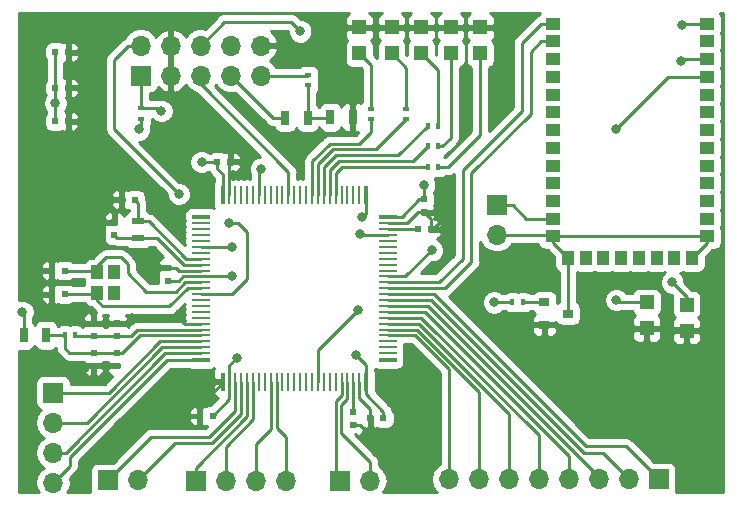
<source format=gtl>
G04 #@! TF.GenerationSoftware,KiCad,Pcbnew,(5.0.0)*
G04 #@! TF.CreationDate,2018-10-31T15:25:37+01:00*
G04 #@! TF.ProjectId,Digital,4469676974616C2E6B696361645F7063,rev?*
G04 #@! TF.SameCoordinates,Original*
G04 #@! TF.FileFunction,Copper,L1,Top,Signal*
G04 #@! TF.FilePolarity,Positive*
%FSLAX46Y46*%
G04 Gerber Fmt 4.6, Leading zero omitted, Abs format (unit mm)*
G04 Created by KiCad (PCBNEW (5.0.0)) date 10/31/18 15:25:37*
%MOMM*%
%LPD*%
G01*
G04 APERTURE LIST*
G04 #@! TA.AperFunction,SMDPad,CuDef*
%ADD10R,1.100000X0.600000*%
G04 #@! TD*
G04 #@! TA.AperFunction,SMDPad,CuDef*
%ADD11R,1.200000X1.200000*%
G04 #@! TD*
G04 #@! TA.AperFunction,SMDPad,CuDef*
%ADD12R,0.400000X0.600000*%
G04 #@! TD*
G04 #@! TA.AperFunction,SMDPad,CuDef*
%ADD13R,0.600000X0.400000*%
G04 #@! TD*
G04 #@! TA.AperFunction,SMDPad,CuDef*
%ADD14R,0.700000X1.300000*%
G04 #@! TD*
G04 #@! TA.AperFunction,ComponentPad*
%ADD15O,1.700000X1.700000*%
G04 #@! TD*
G04 #@! TA.AperFunction,ComponentPad*
%ADD16R,1.700000X1.700000*%
G04 #@! TD*
G04 #@! TA.AperFunction,SMDPad,CuDef*
%ADD17R,1.500000X0.400000*%
G04 #@! TD*
G04 #@! TA.AperFunction,SMDPad,CuDef*
%ADD18R,1.500000X0.280000*%
G04 #@! TD*
G04 #@! TA.AperFunction,SMDPad,CuDef*
%ADD19R,0.400000X1.500000*%
G04 #@! TD*
G04 #@! TA.AperFunction,SMDPad,CuDef*
%ADD20R,0.280000X1.500000*%
G04 #@! TD*
G04 #@! TA.AperFunction,SMDPad,CuDef*
%ADD21R,0.500000X0.600000*%
G04 #@! TD*
G04 #@! TA.AperFunction,SMDPad,CuDef*
%ADD22R,0.600000X0.500000*%
G04 #@! TD*
G04 #@! TA.AperFunction,SMDPad,CuDef*
%ADD23R,1.000000X1.150000*%
G04 #@! TD*
G04 #@! TA.AperFunction,SMDPad,CuDef*
%ADD24R,0.900000X0.800000*%
G04 #@! TD*
G04 #@! TA.AperFunction,SMDPad,CuDef*
%ADD25R,1.000000X1.300000*%
G04 #@! TD*
G04 #@! TA.AperFunction,SMDPad,CuDef*
%ADD26R,1.300000X1.000000*%
G04 #@! TD*
G04 #@! TA.AperFunction,ViaPad*
%ADD27C,0.800000*%
G04 #@! TD*
G04 #@! TA.AperFunction,Conductor*
%ADD28C,0.250000*%
G04 #@! TD*
G04 #@! TA.AperFunction,Conductor*
%ADD29C,0.254000*%
G04 #@! TD*
G04 APERTURE END LIST*
D10*
G04 #@! TO.P,Y2,1*
G04 #@! TO.N,Net-(C9-Pad1)*
X140750000Y-87350000D03*
G04 #@! TO.P,Y2,2*
G04 #@! TO.N,Net-(C10-Pad1)*
X140750000Y-88750000D03*
G04 #@! TD*
D11*
G04 #@! TO.P,O,1*
G04 #@! TO.N,GND*
X162250000Y-70900000D03*
G04 #@! TO.P,O,2*
G04 #@! TO.N,Net-(ORANGE1-Pad2)*
X162250000Y-73100000D03*
G04 #@! TD*
G04 #@! TO.P,G,2*
G04 #@! TO.N,Net-(GREEN1-Pad2)*
X169750000Y-73100000D03*
G04 #@! TO.P,G,1*
G04 #@! TO.N,GND*
X169750000Y-70900000D03*
G04 #@! TD*
G04 #@! TO.P,R,1*
G04 #@! TO.N,GND*
X167250000Y-70900000D03*
G04 #@! TO.P,R,2*
G04 #@! TO.N,Net-(R8-Pad2)*
X167250000Y-73100000D03*
G04 #@! TD*
G04 #@! TO.P,Y,2*
G04 #@! TO.N,Net-(R11-Pad2)*
X159500000Y-73100000D03*
G04 #@! TO.P,Y,1*
G04 #@! TO.N,GND*
X159500000Y-70900000D03*
G04 #@! TD*
G04 #@! TO.P,B,1*
G04 #@! TO.N,GND*
X164750000Y-70900000D03*
G04 #@! TO.P,B,2*
G04 #@! TO.N,Net-(BLUE1-Pad2)*
X164750000Y-73100000D03*
G04 #@! TD*
D12*
G04 #@! TO.P,R7,2*
G04 #@! TO.N,Net-(GREEN1-Pad2)*
X166200000Y-82750000D03*
G04 #@! TO.P,R7,1*
G04 #@! TO.N,Net-(R7-Pad1)*
X165300000Y-82750000D03*
G04 #@! TD*
G04 #@! TO.P,R8,1*
G04 #@! TO.N,Net-(R8-Pad1)*
X165300000Y-81000000D03*
G04 #@! TO.P,R8,2*
G04 #@! TO.N,Net-(R8-Pad2)*
X166200000Y-81000000D03*
G04 #@! TD*
G04 #@! TO.P,R9,2*
G04 #@! TO.N,Net-(BLUE1-Pad2)*
X166200000Y-79250000D03*
G04 #@! TO.P,R9,1*
G04 #@! TO.N,Net-(R9-Pad1)*
X165300000Y-79250000D03*
G04 #@! TD*
D13*
G04 #@! TO.P,R10,1*
G04 #@! TO.N,Net-(R10-Pad1)*
X163500000Y-78700000D03*
G04 #@! TO.P,R10,2*
G04 #@! TO.N,Net-(ORANGE1-Pad2)*
X163500000Y-77800000D03*
G04 #@! TD*
G04 #@! TO.P,R11,2*
G04 #@! TO.N,Net-(R11-Pad2)*
X160500000Y-77800000D03*
G04 #@! TO.P,R11,1*
G04 #@! TO.N,Net-(R11-Pad1)*
X160500000Y-78700000D03*
G04 #@! TD*
D14*
G04 #@! TO.P,R2,1*
G04 #@! TO.N,Net-(R2-Pad1)*
X155120000Y-78550000D03*
G04 #@! TO.P,R2,2*
G04 #@! TO.N,+3V3*
X153220000Y-78550000D03*
G04 #@! TD*
G04 #@! TO.P,R3,2*
G04 #@! TO.N,GND*
X158940000Y-78520000D03*
G04 #@! TO.P,R3,1*
G04 #@! TO.N,Net-(R2-Pad1)*
X157040000Y-78520000D03*
G04 #@! TD*
D15*
G04 #@! TO.P,DAC1,2*
G04 #@! TO.N,Net-(DAC1-Pad2)*
X140740000Y-109260000D03*
D16*
G04 #@! TO.P,DAC1,1*
G04 #@! TO.N,Net-(DAC1-Pad1)*
X138200000Y-109260000D03*
G04 #@! TD*
G04 #@! TO.P,DigitalPWR1,1*
G04 #@! TO.N,+3V3*
X171150000Y-85950000D03*
D15*
G04 #@! TO.P,DigitalPWR1,2*
G04 #@! TO.N,GNDPWR*
X171150000Y-88490000D03*
G04 #@! TD*
G04 #@! TO.P,I2C1,2*
G04 #@! TO.N,Net-(I2C1-Pad2)*
X160390000Y-109280000D03*
D16*
G04 #@! TO.P,I2C1,1*
G04 #@! TO.N,Net-(I2C1-Pad1)*
X157850000Y-109280000D03*
G04 #@! TD*
G04 #@! TO.P,ADC1,1*
G04 #@! TO.N,Net-(ADC1-Pad1)*
X133570000Y-101830000D03*
D15*
G04 #@! TO.P,ADC1,2*
G04 #@! TO.N,Net-(ADC1-Pad2)*
X133570000Y-104370000D03*
G04 #@! TO.P,ADC1,3*
G04 #@! TO.N,Net-(ADC1-Pad3)*
X133570000Y-106910000D03*
G04 #@! TO.P,ADC1,4*
G04 #@! TO.N,Net-(ADC1-Pad4)*
X133570000Y-109450000D03*
G04 #@! TD*
G04 #@! TO.P,ADC2,4*
G04 #@! TO.N,Net-(ADC2-Pad4)*
X153270000Y-109280000D03*
G04 #@! TO.P,ADC2,3*
G04 #@! TO.N,Net-(ADC2-Pad3)*
X150730000Y-109280000D03*
G04 #@! TO.P,ADC2,2*
G04 #@! TO.N,Net-(ADC2-Pad2)*
X148190000Y-109280000D03*
D16*
G04 #@! TO.P,ADC2,1*
G04 #@! TO.N,Net-(ADC2-Pad1)*
X145650000Y-109280000D03*
G04 #@! TD*
D15*
G04 #@! TO.P,GPIO1,8*
G04 #@! TO.N,Net-(GPIO1-Pad8)*
X167080000Y-109170000D03*
G04 #@! TO.P,GPIO1,7*
G04 #@! TO.N,Net-(GPIO1-Pad7)*
X169620000Y-109170000D03*
G04 #@! TO.P,GPIO1,6*
G04 #@! TO.N,Net-(GPIO1-Pad6)*
X172160000Y-109170000D03*
G04 #@! TO.P,GPIO1,5*
G04 #@! TO.N,Net-(GPIO1-Pad5)*
X174700000Y-109170000D03*
G04 #@! TO.P,GPIO1,4*
G04 #@! TO.N,Net-(GPIO1-Pad4)*
X177240000Y-109170000D03*
G04 #@! TO.P,GPIO1,3*
G04 #@! TO.N,Net-(GPIO1-Pad3)*
X179780000Y-109170000D03*
G04 #@! TO.P,GPIO1,2*
G04 #@! TO.N,Net-(GPIO1-Pad2)*
X182320000Y-109170000D03*
D16*
G04 #@! TO.P,GPIO1,1*
G04 #@! TO.N,Net-(GPIO1-Pad1)*
X184860000Y-109170000D03*
G04 #@! TD*
D15*
G04 #@! TO.P,J1,10*
G04 #@! TO.N,GND*
X151160000Y-72460000D03*
G04 #@! TO.P,J1,9*
G04 #@! TO.N,BOOT0*
X151160000Y-75000000D03*
G04 #@! TO.P,J1,8*
G04 #@! TO.N,+3V3*
X148620000Y-72460000D03*
G04 #@! TO.P,J1,7*
X148620000Y-75000000D03*
G04 #@! TO.P,J1,6*
G04 #@! TO.N,SWCLK*
X146080000Y-72460000D03*
G04 #@! TO.P,J1,5*
G04 #@! TO.N,SWO*
X146080000Y-75000000D03*
G04 #@! TO.P,J1,4*
G04 #@! TO.N,GND*
X143540000Y-72460000D03*
G04 #@! TO.P,J1,3*
X143540000Y-75000000D03*
G04 #@! TO.P,J1,2*
G04 #@! TO.N,SWDIO*
X141000000Y-72460000D03*
D16*
G04 #@! TO.P,J1,1*
G04 #@! TO.N,NRST*
X141000000Y-75000000D03*
G04 #@! TD*
D17*
G04 #@! TO.P,U1,75*
G04 #@! TO.N,+3V3*
X161900000Y-86940000D03*
D18*
G04 #@! TO.P,U1,74*
G04 #@! TO.N,GND*
X161900000Y-87500000D03*
G04 #@! TO.P,U1,73*
G04 #@! TO.N,Net-(C7-Pad2)*
X161900000Y-88000000D03*
G04 #@! TO.P,U1,72*
G04 #@! TO.N,SWDIO*
X161900000Y-88500000D03*
G04 #@! TO.P,U1,71*
G04 #@! TO.N,Net-(U1-Pad71)*
X161900000Y-89000000D03*
G04 #@! TO.P,U1,70*
G04 #@! TO.N,Net-(U1-Pad70)*
X161900000Y-89500000D03*
G04 #@! TO.P,U1,69*
G04 #@! TO.N,Net-(U1-Pad69)*
X161900000Y-90000000D03*
G04 #@! TO.P,U1,68*
G04 #@! TO.N,Net-(U1-Pad68)*
X161900000Y-90500000D03*
G04 #@! TO.P,U1,67*
G04 #@! TO.N,Net-(U1-Pad67)*
X161900000Y-91000000D03*
G04 #@! TO.P,U1,66*
G04 #@! TO.N,Net-(U1-Pad66)*
X161900000Y-91500000D03*
G04 #@! TO.P,U1,65*
G04 #@! TO.N,BT_KEY*
X161900000Y-92000000D03*
G04 #@! TO.P,U1,64*
G04 #@! TO.N,UART_TX*
X161900000Y-92500000D03*
G04 #@! TO.P,U1,63*
G04 #@! TO.N,UART_RX*
X161900000Y-93000000D03*
G04 #@! TO.P,U1,62*
G04 #@! TO.N,Net-(GPIO1-Pad1)*
X161900000Y-93500000D03*
G04 #@! TO.P,U1,61*
G04 #@! TO.N,Net-(GPIO1-Pad2)*
X161900000Y-94000000D03*
G04 #@! TO.P,U1,60*
G04 #@! TO.N,Net-(GPIO1-Pad3)*
X161900000Y-94500000D03*
G04 #@! TO.P,U1,59*
G04 #@! TO.N,Net-(GPIO1-Pad4)*
X161900000Y-95000000D03*
G04 #@! TO.P,U1,58*
G04 #@! TO.N,Net-(GPIO1-Pad5)*
X161900000Y-95500000D03*
G04 #@! TO.P,U1,57*
G04 #@! TO.N,Net-(GPIO1-Pad6)*
X161900000Y-96000000D03*
G04 #@! TO.P,U1,56*
G04 #@! TO.N,Net-(GPIO1-Pad7)*
X161900000Y-96500000D03*
G04 #@! TO.P,U1,55*
G04 #@! TO.N,Net-(GPIO1-Pad8)*
X161900000Y-97000000D03*
G04 #@! TO.P,U1,54*
G04 #@! TO.N,Net-(U1-Pad54)*
X161900000Y-97500000D03*
G04 #@! TO.P,U1,53*
G04 #@! TO.N,Net-(U1-Pad53)*
X161900000Y-98000000D03*
G04 #@! TO.P,U1,52*
G04 #@! TO.N,Net-(U1-Pad52)*
X161900000Y-98500000D03*
D17*
G04 #@! TO.P,U1,51*
G04 #@! TO.N,Net-(U1-Pad51)*
X161900000Y-99060000D03*
G04 #@! TO.P,U1,1*
G04 #@! TO.N,Net-(U1-Pad1)*
X146100000Y-86940000D03*
D18*
G04 #@! TO.P,U1,2*
G04 #@! TO.N,Net-(U1-Pad2)*
X146100000Y-87500000D03*
G04 #@! TO.P,U1,3*
G04 #@! TO.N,Net-(U1-Pad3)*
X146100000Y-88000000D03*
G04 #@! TO.P,U1,4*
G04 #@! TO.N,Net-(U1-Pad4)*
X146100000Y-88500000D03*
G04 #@! TO.P,U1,5*
G04 #@! TO.N,Net-(U1-Pad5)*
X146100000Y-89000000D03*
G04 #@! TO.P,U1,6*
G04 #@! TO.N,+3V3*
X146100000Y-89500000D03*
G04 #@! TO.P,U1,7*
G04 #@! TO.N,Net-(U1-Pad7)*
X146100000Y-90000000D03*
G04 #@! TO.P,U1,8*
G04 #@! TO.N,Net-(C9-Pad1)*
X146100000Y-90500000D03*
G04 #@! TO.P,U1,9*
G04 #@! TO.N,Net-(C10-Pad1)*
X146100000Y-91000000D03*
G04 #@! TO.P,U1,10*
G04 #@! TO.N,GND*
X146100000Y-91500000D03*
G04 #@! TO.P,U1,11*
G04 #@! TO.N,+3V3*
X146100000Y-92000000D03*
G04 #@! TO.P,U1,12*
G04 #@! TO.N,Net-(C5-Pad2)*
X146100000Y-92500000D03*
G04 #@! TO.P,U1,13*
G04 #@! TO.N,Net-(C6-Pad2)*
X146100000Y-93000000D03*
G04 #@! TO.P,U1,14*
G04 #@! TO.N,NRST*
X146100000Y-93500000D03*
G04 #@! TO.P,U1,15*
G04 #@! TO.N,Net-(U1-Pad15)*
X146100000Y-94000000D03*
G04 #@! TO.P,U1,16*
G04 #@! TO.N,Net-(U1-Pad16)*
X146100000Y-94500000D03*
G04 #@! TO.P,U1,17*
G04 #@! TO.N,Net-(U1-Pad17)*
X146100000Y-95000000D03*
G04 #@! TO.P,U1,18*
G04 #@! TO.N,Net-(U1-Pad18)*
X146100000Y-95500000D03*
G04 #@! TO.P,U1,19*
G04 #@! TO.N,GND*
X146100000Y-96000000D03*
G04 #@! TO.P,U1,20*
G04 #@! TO.N,Net-(C3-Pad2)*
X146100000Y-96500000D03*
G04 #@! TO.P,U1,21*
G04 #@! TO.N,VREF*
X146100000Y-97000000D03*
G04 #@! TO.P,U1,22*
G04 #@! TO.N,Net-(ADC1-Pad1)*
X146100000Y-97500000D03*
G04 #@! TO.P,U1,23*
G04 #@! TO.N,Net-(ADC1-Pad2)*
X146100000Y-98000000D03*
G04 #@! TO.P,U1,24*
G04 #@! TO.N,Net-(ADC1-Pad3)*
X146100000Y-98500000D03*
D17*
G04 #@! TO.P,U1,25*
G04 #@! TO.N,Net-(ADC1-Pad4)*
X146100000Y-99060000D03*
D19*
G04 #@! TO.P,U1,26*
G04 #@! TO.N,GND*
X147940000Y-100900000D03*
D20*
G04 #@! TO.P,U1,27*
G04 #@! TO.N,+3V3*
X148500000Y-100900000D03*
G04 #@! TO.P,U1,28*
G04 #@! TO.N,Net-(DAC1-Pad1)*
X149000000Y-100900000D03*
G04 #@! TO.P,U1,29*
G04 #@! TO.N,Net-(DAC1-Pad2)*
X149500000Y-100900000D03*
G04 #@! TO.P,U1,30*
G04 #@! TO.N,Net-(ADC2-Pad1)*
X150000000Y-100900000D03*
G04 #@! TO.P,U1,31*
G04 #@! TO.N,Net-(ADC2-Pad2)*
X150500000Y-100900000D03*
G04 #@! TO.P,U1,32*
G04 #@! TO.N,Net-(U1-Pad32)*
X151000000Y-100900000D03*
G04 #@! TO.P,U1,33*
G04 #@! TO.N,Net-(U1-Pad33)*
X151500000Y-100900000D03*
G04 #@! TO.P,U1,34*
G04 #@! TO.N,Net-(ADC2-Pad3)*
X152000000Y-100900000D03*
G04 #@! TO.P,U1,35*
G04 #@! TO.N,Net-(ADC2-Pad4)*
X152500000Y-100900000D03*
G04 #@! TO.P,U1,36*
G04 #@! TO.N,Net-(U1-Pad36)*
X153000000Y-100900000D03*
G04 #@! TO.P,U1,37*
G04 #@! TO.N,Net-(U1-Pad37)*
X153500000Y-100900000D03*
G04 #@! TO.P,U1,38*
G04 #@! TO.N,Net-(U1-Pad38)*
X154000000Y-100900000D03*
G04 #@! TO.P,U1,39*
G04 #@! TO.N,Net-(U1-Pad39)*
X154500000Y-100900000D03*
G04 #@! TO.P,U1,40*
G04 #@! TO.N,Net-(U1-Pad40)*
X155000000Y-100900000D03*
G04 #@! TO.P,U1,41*
G04 #@! TO.N,Net-(U1-Pad41)*
X155500000Y-100900000D03*
G04 #@! TO.P,U1,42*
G04 #@! TO.N,DIGITAL_ENABLE*
X156000000Y-100900000D03*
G04 #@! TO.P,U1,43*
G04 #@! TO.N,Net-(U1-Pad43)*
X156500000Y-100900000D03*
G04 #@! TO.P,U1,44*
G04 #@! TO.N,Net-(U1-Pad44)*
X157000000Y-100900000D03*
G04 #@! TO.P,U1,45*
G04 #@! TO.N,Net-(U1-Pad45)*
X157500000Y-100900000D03*
G04 #@! TO.P,U1,46*
G04 #@! TO.N,Net-(I2C1-Pad1)*
X158000000Y-100900000D03*
G04 #@! TO.P,U1,47*
G04 #@! TO.N,Net-(I2C1-Pad2)*
X158500000Y-100900000D03*
G04 #@! TO.P,U1,48*
G04 #@! TO.N,Net-(C8-Pad2)*
X159000000Y-100900000D03*
G04 #@! TO.P,U1,49*
G04 #@! TO.N,GND*
X159500000Y-100900000D03*
D19*
G04 #@! TO.P,U1,50*
G04 #@! TO.N,+3V3*
X160060000Y-100900000D03*
G04 #@! TO.P,U1,76*
G04 #@! TO.N,SWCLK*
X160060000Y-85100000D03*
D20*
G04 #@! TO.P,U1,77*
G04 #@! TO.N,Net-(U1-Pad77)*
X159500000Y-85100000D03*
G04 #@! TO.P,U1,78*
G04 #@! TO.N,Net-(U1-Pad78)*
X159000000Y-85100000D03*
G04 #@! TO.P,U1,79*
G04 #@! TO.N,Net-(U1-Pad79)*
X158500000Y-85100000D03*
G04 #@! TO.P,U1,80*
G04 #@! TO.N,Net-(U1-Pad80)*
X158000000Y-85100000D03*
G04 #@! TO.P,U1,81*
G04 #@! TO.N,Net-(R7-Pad1)*
X157500000Y-85100000D03*
G04 #@! TO.P,U1,82*
G04 #@! TO.N,Net-(R8-Pad1)*
X157000000Y-85100000D03*
G04 #@! TO.P,U1,83*
G04 #@! TO.N,Net-(R9-Pad1)*
X156500000Y-85100000D03*
G04 #@! TO.P,U1,84*
G04 #@! TO.N,Net-(R10-Pad1)*
X156000000Y-85100000D03*
G04 #@! TO.P,U1,85*
G04 #@! TO.N,Net-(R11-Pad1)*
X155500000Y-85100000D03*
G04 #@! TO.P,U1,86*
G04 #@! TO.N,Net-(U1-Pad86)*
X155000000Y-85100000D03*
G04 #@! TO.P,U1,87*
G04 #@! TO.N,Net-(U1-Pad87)*
X154500000Y-85100000D03*
G04 #@! TO.P,U1,88*
G04 #@! TO.N,Net-(U1-Pad88)*
X154000000Y-85100000D03*
G04 #@! TO.P,U1,89*
G04 #@! TO.N,SWO*
X153500000Y-85100000D03*
G04 #@! TO.P,U1,90*
G04 #@! TO.N,Net-(U1-Pad90)*
X153000000Y-85100000D03*
G04 #@! TO.P,U1,91*
G04 #@! TO.N,Net-(U1-Pad91)*
X152500000Y-85100000D03*
G04 #@! TO.P,U1,92*
G04 #@! TO.N,Net-(U1-Pad92)*
X152000000Y-85100000D03*
G04 #@! TO.P,U1,93*
G04 #@! TO.N,Net-(U1-Pad93)*
X151500000Y-85100000D03*
G04 #@! TO.P,U1,94*
G04 #@! TO.N,BOOT0*
X151000000Y-85100000D03*
G04 #@! TO.P,U1,95*
G04 #@! TO.N,Net-(U1-Pad95)*
X150500000Y-85100000D03*
G04 #@! TO.P,U1,96*
G04 #@! TO.N,Net-(U1-Pad96)*
X150000000Y-85100000D03*
G04 #@! TO.P,U1,97*
G04 #@! TO.N,Net-(U1-Pad97)*
X149500000Y-85100000D03*
G04 #@! TO.P,U1,98*
G04 #@! TO.N,Net-(U1-Pad98)*
X149000000Y-85100000D03*
G04 #@! TO.P,U1,99*
G04 #@! TO.N,GND*
X148500000Y-85100000D03*
D19*
G04 #@! TO.P,U1,100*
G04 #@! TO.N,+3V3*
X147940000Y-85100000D03*
G04 #@! TD*
D21*
G04 #@! TO.P,C8,1*
G04 #@! TO.N,GND*
X159000000Y-104550000D03*
G04 #@! TO.P,C8,2*
G04 #@! TO.N,Net-(C8-Pad2)*
X159000000Y-103450000D03*
G04 #@! TD*
G04 #@! TO.P,C17,2*
G04 #@! TO.N,+3V3*
X165000000Y-85450000D03*
G04 #@! TO.P,C17,1*
G04 #@! TO.N,GND*
X165000000Y-86550000D03*
G04 #@! TD*
G04 #@! TO.P,C16,1*
G04 #@! TO.N,GND*
X143320000Y-91260000D03*
G04 #@! TO.P,C16,2*
G04 #@! TO.N,+3V3*
X143320000Y-92360000D03*
G04 #@! TD*
D22*
G04 #@! TO.P,C15,2*
G04 #@! TO.N,+3V3*
X133765000Y-73005000D03*
G04 #@! TO.P,C15,1*
G04 #@! TO.N,GND*
X134865000Y-73005000D03*
G04 #@! TD*
G04 #@! TO.P,C14,1*
G04 #@! TO.N,GND*
X134865000Y-76045000D03*
G04 #@! TO.P,C14,2*
G04 #@! TO.N,+3V3*
X133765000Y-76045000D03*
G04 #@! TD*
G04 #@! TO.P,C13,2*
G04 #@! TO.N,+3V3*
X161550000Y-104000000D03*
G04 #@! TO.P,C13,1*
G04 #@! TO.N,GND*
X160450000Y-104000000D03*
G04 #@! TD*
G04 #@! TO.P,C12,1*
G04 #@! TO.N,GND*
X134865000Y-78855000D03*
G04 #@! TO.P,C12,2*
G04 #@! TO.N,+3V3*
X133765000Y-78855000D03*
G04 #@! TD*
G04 #@! TO.P,C11,2*
G04 #@! TO.N,+3V3*
X147470000Y-82310000D03*
G04 #@! TO.P,C11,1*
G04 #@! TO.N,GND*
X148570000Y-82310000D03*
G04 #@! TD*
G04 #@! TO.P,C18,1*
G04 #@! TO.N,GND*
X145980000Y-103820000D03*
G04 #@! TO.P,C18,2*
G04 #@! TO.N,+3V3*
X147080000Y-103820000D03*
G04 #@! TD*
G04 #@! TO.P,C7,2*
G04 #@! TO.N,Net-(C7-Pad2)*
X164450000Y-88000000D03*
G04 #@! TO.P,C7,1*
G04 #@! TO.N,GND*
X165550000Y-88000000D03*
G04 #@! TD*
G04 #@! TO.P,C6,1*
G04 #@! TO.N,GND*
X133450000Y-93500000D03*
G04 #@! TO.P,C6,2*
G04 #@! TO.N,Net-(C6-Pad2)*
X134550000Y-93500000D03*
G04 #@! TD*
G04 #@! TO.P,C5,2*
G04 #@! TO.N,Net-(C5-Pad2)*
X134550000Y-91500000D03*
G04 #@! TO.P,C5,1*
G04 #@! TO.N,GND*
X133450000Y-91500000D03*
G04 #@! TD*
D21*
G04 #@! TO.P,C4,1*
G04 #@! TO.N,GND*
X139000000Y-95950000D03*
G04 #@! TO.P,C4,2*
G04 #@! TO.N,Net-(C3-Pad2)*
X139000000Y-97050000D03*
G04 #@! TD*
G04 #@! TO.P,C3,2*
G04 #@! TO.N,Net-(C3-Pad2)*
X137000000Y-97050000D03*
G04 #@! TO.P,C3,1*
G04 #@! TO.N,GND*
X137000000Y-95950000D03*
G04 #@! TD*
G04 #@! TO.P,C2,1*
G04 #@! TO.N,VREF*
X137000000Y-98450000D03*
G04 #@! TO.P,C2,2*
G04 #@! TO.N,GND*
X137000000Y-99550000D03*
G04 #@! TD*
G04 #@! TO.P,C1,2*
G04 #@! TO.N,GND*
X139000000Y-99550000D03*
G04 #@! TO.P,C1,1*
G04 #@! TO.N,VREF*
X139000000Y-98450000D03*
G04 #@! TD*
D22*
G04 #@! TO.P,C9,1*
G04 #@! TO.N,Net-(C9-Pad1)*
X140500000Y-85500000D03*
G04 #@! TO.P,C9,2*
G04 #@! TO.N,GND*
X139400000Y-85500000D03*
G04 #@! TD*
D21*
G04 #@! TO.P,C10,2*
G04 #@! TO.N,GND*
X138750000Y-87400000D03*
G04 #@! TO.P,C10,1*
G04 #@! TO.N,Net-(C10-Pad1)*
X138750000Y-88500000D03*
G04 #@! TD*
D23*
G04 #@! TO.P,Y1,4*
G04 #@! TO.N,N/C*
X138700000Y-91625000D03*
G04 #@! TO.P,Y1,3*
X138700000Y-93375000D03*
G04 #@! TO.P,Y1,2*
G04 #@! TO.N,Net-(C6-Pad2)*
X137300000Y-93375000D03*
G04 #@! TO.P,Y1,1*
G04 #@! TO.N,Net-(C5-Pad2)*
X137300000Y-91625000D03*
G04 #@! TD*
D14*
G04 #@! TO.P,L1,2*
G04 #@! TO.N,VREF*
X132980000Y-96980000D03*
G04 #@! TO.P,L1,1*
G04 #@! TO.N,+3V3*
X131080000Y-96980000D03*
G04 #@! TD*
D11*
G04 #@! TO.P,D1,2*
G04 #@! TO.N,Net-(D1-Pad2)*
X187220000Y-94380000D03*
G04 #@! TO.P,D1,1*
G04 #@! TO.N,GND*
X187220000Y-96580000D03*
G04 #@! TD*
G04 #@! TO.P,D2,1*
G04 #@! TO.N,GND*
X183850000Y-96400000D03*
G04 #@! TO.P,D2,2*
G04 #@! TO.N,Net-(D2-Pad2)*
X183850000Y-94200000D03*
G04 #@! TD*
D13*
G04 #@! TO.P,R5,1*
G04 #@! TO.N,+3V3*
X141020000Y-78680000D03*
G04 #@! TO.P,R5,2*
G04 #@! TO.N,NRST*
X141020000Y-77780000D03*
G04 #@! TD*
D12*
G04 #@! TO.P,R6,2*
G04 #@! TO.N,DIGITAL_ENABLE*
X172470000Y-94180000D03*
G04 #@! TO.P,R6,1*
G04 #@! TO.N,Net-(Q1-Pad1)*
X173370000Y-94180000D03*
G04 #@! TD*
G04 #@! TO.P,R1,1*
G04 #@! TO.N,Net-(C3-Pad2)*
X135450000Y-97000000D03*
G04 #@! TO.P,R1,2*
G04 #@! TO.N,VREF*
X134550000Y-97000000D03*
G04 #@! TD*
D13*
G04 #@! TO.P,R4,2*
G04 #@! TO.N,BOOT0*
X155160000Y-74920000D03*
G04 #@! TO.P,R4,1*
G04 #@! TO.N,Net-(R2-Pad1)*
X155160000Y-75820000D03*
G04 #@! TD*
D24*
G04 #@! TO.P,Q1,3*
G04 #@! TO.N,GNDPWR*
X177170000Y-95150000D03*
G04 #@! TO.P,Q1,2*
G04 #@! TO.N,GND*
X175170000Y-96100000D03*
G04 #@! TO.P,Q1,1*
G04 #@! TO.N,Net-(Q1-Pad1)*
X175170000Y-94200000D03*
G04 #@! TD*
D25*
G04 #@! TO.P,U2,17*
G04 #@! TO.N,Net-(U2-Pad17)*
X181670000Y-90410000D03*
G04 #@! TO.P,U2,14*
G04 #@! TO.N,GNDPWR*
X177170000Y-90410000D03*
G04 #@! TO.P,U2,15*
G04 #@! TO.N,Net-(U2-Pad15)*
X178670000Y-90410000D03*
G04 #@! TO.P,U2,16*
G04 #@! TO.N,Net-(U2-Pad16)*
X180170000Y-90410000D03*
G04 #@! TO.P,U2,18*
G04 #@! TO.N,Net-(U2-Pad18)*
X183170000Y-90410000D03*
G04 #@! TO.P,U2,19*
G04 #@! TO.N,Net-(U2-Pad19)*
X184670000Y-90410000D03*
G04 #@! TO.P,U2,20*
G04 #@! TO.N,Net-(U2-Pad20)*
X186170000Y-90410000D03*
G04 #@! TO.P,U2,21*
G04 #@! TO.N,GNDPWR*
X187670000Y-90410000D03*
D26*
G04 #@! TO.P,U2,22*
X188920000Y-88610000D03*
G04 #@! TO.P,U2,23*
G04 #@! TO.N,Net-(U2-Pad23)*
X188920000Y-87110000D03*
G04 #@! TO.P,U2,24*
G04 #@! TO.N,Net-(U2-Pad24)*
X188920000Y-85610000D03*
G04 #@! TO.P,U2,25*
G04 #@! TO.N,Net-(U2-Pad25)*
X188920000Y-84110000D03*
G04 #@! TO.P,U2,26*
G04 #@! TO.N,Net-(U2-Pad26)*
X188920000Y-82610000D03*
G04 #@! TO.P,U2,27*
G04 #@! TO.N,Net-(U2-Pad27)*
X188920000Y-81110000D03*
G04 #@! TO.P,U2,28*
G04 #@! TO.N,Net-(U2-Pad28)*
X188920000Y-79610000D03*
G04 #@! TO.P,U2,29*
G04 #@! TO.N,Net-(U2-Pad29)*
X188920000Y-78110000D03*
G04 #@! TO.P,U2,30*
G04 #@! TO.N,Net-(U2-Pad30)*
X188920000Y-76610000D03*
G04 #@! TO.P,U2,31*
G04 #@! TO.N,Net-(D2-Pad2)*
X188920000Y-75110000D03*
G04 #@! TO.P,U2,32*
G04 #@! TO.N,Net-(D1-Pad2)*
X188920000Y-73610000D03*
G04 #@! TO.P,U2,33*
G04 #@! TO.N,Net-(U2-Pad33)*
X188920000Y-72110000D03*
G04 #@! TO.P,U2,34*
G04 #@! TO.N,BT_KEY*
X188920000Y-70610000D03*
G04 #@! TO.P,U2,1*
G04 #@! TO.N,UART_TX*
X175920000Y-70610000D03*
G04 #@! TO.P,U2,2*
G04 #@! TO.N,UART_RX*
X175920000Y-72110000D03*
G04 #@! TO.P,U2,3*
G04 #@! TO.N,Net-(U2-Pad3)*
X175920000Y-73610000D03*
G04 #@! TO.P,U2,4*
G04 #@! TO.N,Net-(U2-Pad4)*
X175920000Y-75110000D03*
G04 #@! TO.P,U2,5*
G04 #@! TO.N,Net-(U2-Pad5)*
X175920000Y-76610000D03*
G04 #@! TO.P,U2,6*
G04 #@! TO.N,Net-(U2-Pad6)*
X175920000Y-78110000D03*
G04 #@! TO.P,U2,7*
G04 #@! TO.N,Net-(U2-Pad7)*
X175920000Y-79610000D03*
G04 #@! TO.P,U2,8*
G04 #@! TO.N,Net-(U2-Pad8)*
X175920000Y-81110000D03*
G04 #@! TO.P,U2,9*
G04 #@! TO.N,Net-(U2-Pad9)*
X175920000Y-82610000D03*
G04 #@! TO.P,U2,10*
G04 #@! TO.N,Net-(U2-Pad10)*
X175920000Y-84110000D03*
G04 #@! TO.P,U2,11*
G04 #@! TO.N,Net-(U2-Pad11)*
X175920000Y-85610000D03*
G04 #@! TO.P,U2,12*
G04 #@! TO.N,+3V3*
X175920000Y-87110000D03*
G04 #@! TO.P,U2,13*
G04 #@! TO.N,GNDPWR*
X175920000Y-88610000D03*
G04 #@! TD*
D27*
G04 #@! TO.N,Net-(D2-Pad2)*
X181250000Y-94000000D03*
X181250000Y-79500000D03*
G04 #@! TO.N,Net-(D1-Pad2)*
X186000000Y-92500000D03*
X186750000Y-73750000D03*
G04 #@! TO.N,BT_KEY*
X186800000Y-70710000D03*
X165630000Y-89780000D03*
G04 #@! TO.N,+3V3*
X146150000Y-82310000D03*
X148700000Y-89500000D03*
X148700000Y-91950000D03*
X149170000Y-98870000D03*
X159200000Y-98670000D03*
X133765000Y-77315000D03*
X140860000Y-79550000D03*
X130980000Y-95010000D03*
X165000000Y-84250000D03*
G04 #@! TO.N,GND*
X142120000Y-91230000D03*
X136525000Y-76495000D03*
X189250000Y-96500000D03*
X175250000Y-98000000D03*
X140250000Y-95500000D03*
X145980000Y-102940000D03*
X160250000Y-105250000D03*
X166500000Y-87250000D03*
X172250000Y-70750000D03*
X136250000Y-99750000D03*
G04 #@! TO.N,BOOT0*
X151180000Y-82890000D03*
G04 #@! TO.N,DIGITAL_ENABLE*
X170910000Y-94200000D03*
X159370000Y-94850000D03*
G04 #@! TO.N,NRST*
X142750000Y-78000000D03*
X148500000Y-87500000D03*
G04 #@! TO.N,SWCLK*
X159750000Y-87000000D03*
X154500000Y-71250000D03*
G04 #@! TO.N,SWDIO*
X159570000Y-88450000D03*
X144230000Y-85030000D03*
G04 #@! TD*
D28*
G04 #@! TO.N,GNDPWR*
X177170000Y-90410000D02*
X177170000Y-95150000D01*
X175920000Y-88610000D02*
X175920000Y-89160000D01*
X175920000Y-89160000D02*
X177170000Y-90410000D01*
X175920000Y-88610000D02*
X188920000Y-88610000D01*
X188920000Y-88610000D02*
X188920000Y-89160000D01*
X188920000Y-89160000D02*
X187670000Y-90410000D01*
X171150000Y-88490000D02*
X175800000Y-88490000D01*
X175800000Y-88490000D02*
X175920000Y-88610000D01*
G04 #@! TO.N,Net-(D2-Pad2)*
X188920000Y-75110000D02*
X185640000Y-75110000D01*
X181450000Y-94200000D02*
X183850000Y-94200000D01*
X181250000Y-94000000D02*
X181450000Y-94200000D01*
X185640000Y-75110000D02*
X181250000Y-79500000D01*
G04 #@! TO.N,Net-(D1-Pad2)*
X188920000Y-73610000D02*
X186890000Y-73610000D01*
X187220000Y-93720000D02*
X187220000Y-94380000D01*
X186000000Y-92500000D02*
X187220000Y-93720000D01*
X186890000Y-73610000D02*
X186750000Y-73750000D01*
G04 #@! TO.N,BT_KEY*
X161900000Y-92000000D02*
X163410000Y-92000000D01*
X186900000Y-70610000D02*
X188920000Y-70610000D01*
X186800000Y-70710000D02*
X186900000Y-70610000D01*
X163410000Y-92000000D02*
X165630000Y-89780000D01*
G04 #@! TO.N,UART_TX*
X161900000Y-92500000D02*
X166250000Y-92500000D01*
X174890000Y-70610000D02*
X175920000Y-70610000D01*
X173250000Y-72250000D02*
X174890000Y-70610000D01*
X173250000Y-78000000D02*
X173250000Y-72250000D01*
X168250000Y-83000000D02*
X173250000Y-78000000D01*
X168250000Y-90500000D02*
X168250000Y-83000000D01*
X166250000Y-92500000D02*
X168250000Y-90500000D01*
G04 #@! TO.N,UART_RX*
X161900000Y-93000000D02*
X166750000Y-93000000D01*
X174890000Y-72110000D02*
X175920000Y-72110000D01*
X174000000Y-73000000D02*
X174890000Y-72110000D01*
X174000000Y-78250000D02*
X174000000Y-73000000D01*
X169000000Y-83250000D02*
X174000000Y-78250000D01*
X169000000Y-90750000D02*
X169000000Y-83250000D01*
X166750000Y-93000000D02*
X169000000Y-90750000D01*
G04 #@! TO.N,+3V3*
X146100000Y-92000000D02*
X144580000Y-92000000D01*
X144580000Y-92000000D02*
X144220000Y-92360000D01*
X144220000Y-92360000D02*
X143320000Y-92360000D01*
X147940000Y-85100000D02*
X147940000Y-83350000D01*
X147470000Y-82880000D02*
X147470000Y-82310000D01*
X147940000Y-83350000D02*
X147470000Y-82880000D01*
X153220000Y-78550000D02*
X152170000Y-78550000D01*
X152170000Y-78550000D02*
X148620000Y-75000000D01*
X148500000Y-100900000D02*
X148500000Y-102400000D01*
X148500000Y-102400000D02*
X147080000Y-103820000D01*
X160060000Y-100900000D02*
X160060000Y-101950000D01*
X161550000Y-103440000D02*
X161550000Y-104000000D01*
X160060000Y-101950000D02*
X161550000Y-103440000D01*
X175920000Y-87110000D02*
X173650000Y-87110000D01*
X173650000Y-87110000D02*
X172490000Y-85950000D01*
X172490000Y-85950000D02*
X171150000Y-85950000D01*
X161900000Y-86940000D02*
X163110000Y-86940000D01*
X164600000Y-85450000D02*
X165000000Y-85450000D01*
X163110000Y-86940000D02*
X164600000Y-85450000D01*
X147470000Y-82310000D02*
X146150000Y-82310000D01*
X146100000Y-89500000D02*
X148700000Y-89500000D01*
X146100000Y-92000000D02*
X148650000Y-92000000D01*
X148650000Y-92000000D02*
X148700000Y-91950000D01*
X148500000Y-100900000D02*
X148500000Y-99540000D01*
X148500000Y-99540000D02*
X149170000Y-98870000D01*
X160060000Y-100900000D02*
X160060000Y-99530000D01*
X160060000Y-99530000D02*
X159200000Y-98670000D01*
X133765000Y-73005000D02*
X133765000Y-77315000D01*
X133765000Y-77315000D02*
X133765000Y-78855000D01*
X141020000Y-78680000D02*
X141020000Y-79390000D01*
X141020000Y-79390000D02*
X140860000Y-79550000D01*
X131080000Y-96980000D02*
X131080000Y-95110000D01*
X131080000Y-95110000D02*
X130980000Y-95010000D01*
X165000000Y-85450000D02*
X165000000Y-84250000D01*
G04 #@! TO.N,GND*
X146100000Y-91500000D02*
X144260000Y-91500000D01*
X144020000Y-91260000D02*
X143320000Y-91260000D01*
X144260000Y-91500000D02*
X144020000Y-91260000D01*
X143320000Y-91260000D02*
X142150000Y-91260000D01*
X142150000Y-91260000D02*
X142120000Y-91230000D01*
X147940000Y-100900000D02*
X147940000Y-100980000D01*
X145980000Y-103000000D02*
X145980000Y-103820000D01*
X147940000Y-100980000D02*
X145980000Y-102940000D01*
X159500000Y-100900000D02*
X159500000Y-102290000D01*
X160450000Y-103240000D02*
X160450000Y-104000000D01*
X159500000Y-102290000D02*
X160450000Y-103240000D01*
X161900000Y-87500000D02*
X163540000Y-87500000D01*
X164490000Y-86550000D02*
X165000000Y-86550000D01*
X163540000Y-87500000D02*
X164490000Y-86550000D01*
X134865000Y-76045000D02*
X136075000Y-76045000D01*
X136075000Y-76045000D02*
X136525000Y-76495000D01*
X183850000Y-96400000D02*
X187040000Y-96400000D01*
X187040000Y-96400000D02*
X187140000Y-96500000D01*
X187140000Y-96500000D02*
X189250000Y-96500000D01*
X175170000Y-96100000D02*
X175170000Y-97920000D01*
X175170000Y-97920000D02*
X175250000Y-98000000D01*
X137000000Y-99550000D02*
X136450000Y-99550000D01*
X136450000Y-99550000D02*
X136250000Y-99750000D01*
X139000000Y-95950000D02*
X139800000Y-95950000D01*
X139800000Y-95950000D02*
X140250000Y-95500000D01*
X145980000Y-103000000D02*
X145980000Y-102940000D01*
X160450000Y-104000000D02*
X160450000Y-105050000D01*
X159550000Y-104550000D02*
X160250000Y-105250000D01*
X159550000Y-104550000D02*
X159000000Y-104550000D01*
X160450000Y-105050000D02*
X160250000Y-105250000D01*
X165550000Y-88000000D02*
X165550000Y-87100000D01*
X165550000Y-87100000D02*
X165000000Y-86550000D01*
X165550000Y-88000000D02*
X165750000Y-88000000D01*
X165750000Y-88000000D02*
X166500000Y-87250000D01*
X159500000Y-70900000D02*
X169750000Y-70900000D01*
X169750000Y-70900000D02*
X172100000Y-70900000D01*
X172100000Y-70900000D02*
X172250000Y-70750000D01*
X146100000Y-96000000D02*
X144750000Y-96000000D01*
X144750000Y-96000000D02*
X144250000Y-95500000D01*
X148500000Y-85100000D02*
X148500000Y-82380000D01*
X148500000Y-82380000D02*
X148570000Y-82310000D01*
G04 #@! TO.N,Net-(Q1-Pad1)*
X175150000Y-94180000D02*
X175170000Y-94200000D01*
X173370000Y-94180000D02*
X175150000Y-94180000D01*
G04 #@! TO.N,BOOT0*
X151160000Y-75000000D02*
X155080000Y-75000000D01*
X155080000Y-75000000D02*
X155160000Y-74920000D01*
X151000000Y-83070000D02*
X151180000Y-82890000D01*
X151000000Y-83070000D02*
X151000000Y-85100000D01*
G04 #@! TO.N,Net-(R2-Pad1)*
X155160000Y-75820000D02*
X155160000Y-78510000D01*
X155160000Y-78510000D02*
X155120000Y-78550000D01*
X155120000Y-78550000D02*
X157010000Y-78550000D01*
X157010000Y-78550000D02*
X157040000Y-78520000D01*
G04 #@! TO.N,Net-(C3-Pad2)*
X146100000Y-96500000D02*
X140710000Y-96500000D01*
X140160000Y-97050000D02*
X139000000Y-97050000D01*
X140710000Y-96500000D02*
X140160000Y-97050000D01*
X139000000Y-97050000D02*
X135500000Y-97050000D01*
X135500000Y-97050000D02*
X135450000Y-97000000D01*
G04 #@! TO.N,VREF*
X139000000Y-98450000D02*
X136790000Y-98450000D01*
X136790000Y-98450000D02*
X137000000Y-98450000D01*
X137000000Y-98450000D02*
X134950000Y-98450000D01*
X134550000Y-98050000D02*
X134550000Y-97000000D01*
X134950000Y-98450000D02*
X134550000Y-98050000D01*
X134550000Y-97000000D02*
X133000000Y-97000000D01*
X133000000Y-97000000D02*
X132980000Y-96980000D01*
X146100000Y-97000000D02*
X140900000Y-97000000D01*
X139450000Y-98450000D02*
X139000000Y-98450000D01*
X140900000Y-97000000D02*
X139450000Y-98450000D01*
G04 #@! TO.N,DIGITAL_ENABLE*
X156000000Y-100900000D02*
X156000000Y-98220000D01*
X170930000Y-94180000D02*
X172470000Y-94180000D01*
X170910000Y-94200000D02*
X170930000Y-94180000D01*
X156000000Y-98220000D02*
X159370000Y-94850000D01*
G04 #@! TO.N,NRST*
X141020000Y-77780000D02*
X141020000Y-75020000D01*
X141020000Y-75020000D02*
X141000000Y-75000000D01*
X146100000Y-93500000D02*
X148750000Y-93500000D01*
X142530000Y-77780000D02*
X141020000Y-77780000D01*
X142750000Y-78000000D02*
X142530000Y-77780000D01*
X148750000Y-93500000D02*
X150000000Y-92250000D01*
X150000000Y-92250000D02*
X150000000Y-88250000D01*
X150000000Y-88250000D02*
X149250000Y-87500000D01*
X149250000Y-87500000D02*
X148500000Y-87500000D01*
G04 #@! TO.N,SWCLK*
X160060000Y-85100000D02*
X160060000Y-86690000D01*
X160060000Y-86690000D02*
X159750000Y-87000000D01*
X154500000Y-71250000D02*
X153750000Y-70500000D01*
X153750000Y-70500000D02*
X148040000Y-70500000D01*
X148040000Y-70500000D02*
X146080000Y-72460000D01*
G04 #@! TO.N,SWO*
X146080000Y-75000000D02*
X146080000Y-75750000D01*
X153500000Y-83170000D02*
X153500000Y-85100000D01*
X146080000Y-75750000D02*
X153500000Y-83170000D01*
G04 #@! TO.N,SWDIO*
X141000000Y-72460000D02*
X139960000Y-72460000D01*
X159620000Y-88500000D02*
X161900000Y-88500000D01*
X159570000Y-88450000D02*
X159620000Y-88500000D01*
X144230000Y-85020000D02*
X144230000Y-85030000D01*
X138750000Y-79540000D02*
X144230000Y-85020000D01*
X138750000Y-73670000D02*
X138750000Y-79540000D01*
X139960000Y-72460000D02*
X138750000Y-73670000D01*
G04 #@! TO.N,Net-(GPIO1-Pad8)*
X161900000Y-97000000D02*
X164200000Y-97000000D01*
X167080000Y-99880000D02*
X167080000Y-109170000D01*
X164200000Y-97000000D02*
X167080000Y-99880000D01*
G04 #@! TO.N,Net-(GPIO1-Pad7)*
X161900000Y-96500000D02*
X164360000Y-96500000D01*
X169620000Y-101760000D02*
X169620000Y-109170000D01*
X164360000Y-96500000D02*
X169620000Y-101760000D01*
G04 #@! TO.N,Net-(GPIO1-Pad6)*
X161900000Y-96000000D02*
X164540000Y-96000000D01*
X172160000Y-103620000D02*
X172160000Y-109170000D01*
X164540000Y-96000000D02*
X172160000Y-103620000D01*
G04 #@! TO.N,Net-(GPIO1-Pad5)*
X161900000Y-95500000D02*
X164740000Y-95500000D01*
X174700000Y-105460000D02*
X174700000Y-109170000D01*
X164740000Y-95500000D02*
X174700000Y-105460000D01*
G04 #@! TO.N,Net-(GPIO1-Pad4)*
X161900000Y-95000000D02*
X165030000Y-95000000D01*
X177240000Y-107210000D02*
X177240000Y-109170000D01*
X165030000Y-95000000D02*
X177240000Y-107210000D01*
G04 #@! TO.N,Net-(GPIO1-Pad3)*
X161900000Y-94500000D02*
X165300000Y-94500000D01*
X179780000Y-108980000D02*
X179780000Y-109170000D01*
X165300000Y-94500000D02*
X179780000Y-108980000D01*
G04 #@! TO.N,Net-(GPIO1-Pad2)*
X161900000Y-94000000D02*
X165590000Y-94000000D01*
X180100000Y-106950000D02*
X182320000Y-109170000D01*
X178540000Y-106950000D02*
X180100000Y-106950000D01*
X165590000Y-94000000D02*
X178540000Y-106950000D01*
G04 #@! TO.N,Net-(GPIO1-Pad1)*
X161900000Y-93500000D02*
X165810000Y-93500000D01*
X182050000Y-106360000D02*
X184860000Y-109170000D01*
X178670000Y-106360000D02*
X182050000Y-106360000D01*
X165810000Y-93500000D02*
X178670000Y-106360000D01*
G04 #@! TO.N,Net-(ADC2-Pad4)*
X152500000Y-100900000D02*
X152500000Y-104850000D01*
X153270000Y-105620000D02*
X153270000Y-109280000D01*
X152500000Y-104850000D02*
X153270000Y-105620000D01*
G04 #@! TO.N,Net-(ADC2-Pad3)*
X152000000Y-100900000D02*
X152000000Y-104930000D01*
X150730000Y-106200000D02*
X150730000Y-109280000D01*
X152000000Y-104930000D02*
X150730000Y-106200000D01*
G04 #@! TO.N,Net-(ADC2-Pad2)*
X150500000Y-100900000D02*
X150500000Y-104100000D01*
X148190000Y-106410000D02*
X148190000Y-109280000D01*
X150500000Y-104100000D02*
X148190000Y-106410000D01*
G04 #@! TO.N,Net-(ADC2-Pad1)*
X150000000Y-100900000D02*
X150000000Y-103840000D01*
X145650000Y-108190000D02*
X145650000Y-109280000D01*
X150000000Y-103840000D02*
X145650000Y-108190000D01*
G04 #@! TO.N,Net-(ADC1-Pad1)*
X146100000Y-97500000D02*
X142630000Y-97500000D01*
X138300000Y-101830000D02*
X133570000Y-101830000D01*
X142630000Y-97500000D02*
X138300000Y-101830000D01*
G04 #@! TO.N,Net-(ADC1-Pad2)*
X146100000Y-98000000D02*
X142830000Y-98000000D01*
X136460000Y-104370000D02*
X133570000Y-104370000D01*
X142830000Y-98000000D02*
X136460000Y-104370000D01*
G04 #@! TO.N,Net-(ADC1-Pad3)*
X146100000Y-98500000D02*
X143070000Y-98500000D01*
X134660000Y-106910000D02*
X133570000Y-106910000D01*
X143070000Y-98500000D02*
X134660000Y-106910000D01*
G04 #@! TO.N,Net-(ADC1-Pad4)*
X146100000Y-99060000D02*
X143230000Y-99060000D01*
X134990000Y-108030000D02*
X133570000Y-109450000D01*
X134990000Y-107300000D02*
X134990000Y-108030000D01*
X143230000Y-99060000D02*
X134990000Y-107300000D01*
G04 #@! TO.N,Net-(I2C1-Pad2)*
X158500000Y-100900000D02*
X158500000Y-102370000D01*
X160390000Y-107700000D02*
X160390000Y-109280000D01*
X157970000Y-105280000D02*
X160390000Y-107700000D01*
X157970000Y-102900000D02*
X157970000Y-105280000D01*
X158500000Y-102370000D02*
X157970000Y-102900000D01*
G04 #@! TO.N,Net-(I2C1-Pad1)*
X158000000Y-100900000D02*
X158000000Y-102020000D01*
X157490000Y-108920000D02*
X157850000Y-109280000D01*
X157490000Y-102530000D02*
X157490000Y-108920000D01*
X158000000Y-102020000D02*
X157490000Y-102530000D01*
G04 #@! TO.N,Net-(DAC1-Pad2)*
X149500000Y-100900000D02*
X149500000Y-103610000D01*
X143910000Y-106090000D02*
X140740000Y-109260000D01*
X147020000Y-106090000D02*
X143910000Y-106090000D01*
X149500000Y-103610000D02*
X147020000Y-106090000D01*
G04 #@! TO.N,Net-(DAC1-Pad1)*
X149000000Y-100900000D02*
X149000000Y-103370000D01*
X141900000Y-105560000D02*
X138200000Y-109260000D01*
X146810000Y-105560000D02*
X141900000Y-105560000D01*
X149000000Y-103370000D02*
X146810000Y-105560000D01*
G04 #@! TO.N,Net-(C10-Pad1)*
X142410000Y-88750000D02*
X140750000Y-88750000D01*
X146100000Y-91000000D02*
X144660000Y-91000000D01*
X144660000Y-91000000D02*
X142410000Y-88750000D01*
X139000000Y-88750000D02*
X138750000Y-88500000D01*
X140750000Y-88750000D02*
X139000000Y-88750000D01*
G04 #@! TO.N,Net-(C9-Pad1)*
X141660000Y-87350000D02*
X140750000Y-87350000D01*
X146100000Y-90500000D02*
X144810000Y-90500000D01*
X144810000Y-90500000D02*
X141660000Y-87350000D01*
X140750000Y-85750000D02*
X140500000Y-85500000D01*
X140750000Y-87350000D02*
X140750000Y-85750000D01*
G04 #@! TO.N,Net-(C6-Pad2)*
X146100000Y-93000000D02*
X144960000Y-93000000D01*
X137300000Y-94040000D02*
X137300000Y-93375000D01*
X137790000Y-94530000D02*
X137300000Y-94040000D01*
X143430000Y-94530000D02*
X137790000Y-94530000D01*
X144960000Y-93000000D02*
X143430000Y-94530000D01*
X134550000Y-93500000D02*
X137175000Y-93500000D01*
X137175000Y-93500000D02*
X137300000Y-93375000D01*
G04 #@! TO.N,Net-(C5-Pad2)*
X146100000Y-92500000D02*
X144760000Y-92500000D01*
X137300000Y-91160000D02*
X137300000Y-91625000D01*
X138090000Y-90370000D02*
X137300000Y-91160000D01*
X139300000Y-90370000D02*
X138090000Y-90370000D01*
X139890000Y-90960000D02*
X139300000Y-90370000D01*
X139890000Y-91750000D02*
X139890000Y-90960000D01*
X141450000Y-93310000D02*
X139890000Y-91750000D01*
X143950000Y-93310000D02*
X141450000Y-93310000D01*
X144760000Y-92500000D02*
X143950000Y-93310000D01*
X134550000Y-91500000D02*
X137175000Y-91500000D01*
X137175000Y-91500000D02*
X137300000Y-91625000D01*
G04 #@! TO.N,Net-(C7-Pad2)*
X161900000Y-88000000D02*
X164450000Y-88000000D01*
G04 #@! TO.N,Net-(C8-Pad2)*
X159000000Y-100900000D02*
X159000000Y-103450000D01*
G04 #@! TO.N,Net-(R7-Pad1)*
X157500000Y-85100000D02*
X157500000Y-83250000D01*
X158000000Y-82750000D02*
X165300000Y-82750000D01*
X157500000Y-83250000D02*
X158000000Y-82750000D01*
G04 #@! TO.N,Net-(R8-Pad1)*
X157000000Y-85100000D02*
X157000000Y-83000000D01*
X164050000Y-82250000D02*
X165300000Y-81000000D01*
X157750000Y-82250000D02*
X164050000Y-82250000D01*
X157000000Y-83000000D02*
X157750000Y-82250000D01*
G04 #@! TO.N,Net-(R9-Pad1)*
X156500000Y-85100000D02*
X156500000Y-82750000D01*
X162800000Y-81750000D02*
X165300000Y-79250000D01*
X157500000Y-81750000D02*
X162800000Y-81750000D01*
X156500000Y-82750000D02*
X157500000Y-81750000D01*
G04 #@! TO.N,Net-(R10-Pad1)*
X156000000Y-85100000D02*
X156000000Y-82500000D01*
X160950000Y-81250000D02*
X163500000Y-78700000D01*
X157250000Y-81250000D02*
X160950000Y-81250000D01*
X156000000Y-82500000D02*
X157250000Y-81250000D01*
G04 #@! TO.N,Net-(R11-Pad1)*
X155500000Y-85100000D02*
X155500000Y-82250000D01*
X160500000Y-79750000D02*
X160500000Y-78700000D01*
X159500000Y-80750000D02*
X160500000Y-79750000D01*
X157000000Y-80750000D02*
X159500000Y-80750000D01*
X155500000Y-82250000D02*
X157000000Y-80750000D01*
G04 #@! TO.N,Net-(R11-Pad2)*
X160500000Y-77800000D02*
X160500000Y-74100000D01*
X160500000Y-74100000D02*
X159500000Y-73100000D01*
G04 #@! TO.N,Net-(ORANGE1-Pad2)*
X163500000Y-77800000D02*
X163500000Y-74350000D01*
X163500000Y-74350000D02*
X162250000Y-73100000D01*
G04 #@! TO.N,Net-(BLUE1-Pad2)*
X166200000Y-79250000D02*
X166200000Y-74550000D01*
X166200000Y-74550000D02*
X164750000Y-73100000D01*
G04 #@! TO.N,Net-(R8-Pad2)*
X166200000Y-81000000D02*
X166500000Y-81000000D01*
X167250000Y-80250000D02*
X167250000Y-73100000D01*
X166500000Y-81000000D02*
X167250000Y-80250000D01*
G04 #@! TO.N,Net-(GREEN1-Pad2)*
X166200000Y-82750000D02*
X167000000Y-82750000D01*
X169750000Y-80000000D02*
X169750000Y-73100000D01*
X167000000Y-82750000D02*
X169750000Y-80000000D01*
G04 #@! TD*
D29*
G04 #@! TO.N,GND*
G36*
X132031843Y-97877765D02*
X132172191Y-98087809D01*
X132382235Y-98228157D01*
X132630000Y-98277440D01*
X133330000Y-98277440D01*
X133577765Y-98228157D01*
X133783240Y-98090862D01*
X133790000Y-98124847D01*
X133790000Y-98124851D01*
X133834096Y-98346536D01*
X134002071Y-98597929D01*
X134065529Y-98640331D01*
X134359671Y-98934472D01*
X134402071Y-98997929D01*
X134653463Y-99165904D01*
X134875148Y-99210000D01*
X134875152Y-99210000D01*
X134949999Y-99224888D01*
X135024846Y-99210000D01*
X136115000Y-99210000D01*
X136115000Y-99264250D01*
X136273750Y-99423000D01*
X136875000Y-99423000D01*
X136875000Y-99403000D01*
X137125000Y-99403000D01*
X137125000Y-99423000D01*
X137726250Y-99423000D01*
X137885000Y-99264250D01*
X137885000Y-99210000D01*
X138115000Y-99210000D01*
X138115000Y-99264250D01*
X138273750Y-99423000D01*
X138875000Y-99423000D01*
X138875000Y-99403000D01*
X139125000Y-99403000D01*
X139125000Y-99423000D01*
X139147000Y-99423000D01*
X139147000Y-99677000D01*
X139125000Y-99677000D01*
X139125000Y-99697000D01*
X138875000Y-99697000D01*
X138875000Y-99677000D01*
X138273750Y-99677000D01*
X138115000Y-99835750D01*
X138115000Y-99976309D01*
X138211673Y-100209698D01*
X138390301Y-100388327D01*
X138585866Y-100469333D01*
X137985199Y-101070000D01*
X135067440Y-101070000D01*
X135067440Y-100980000D01*
X135018157Y-100732235D01*
X134877809Y-100522191D01*
X134667765Y-100381843D01*
X134420000Y-100332560D01*
X132720000Y-100332560D01*
X132472235Y-100381843D01*
X132262191Y-100522191D01*
X132121843Y-100732235D01*
X132072560Y-100980000D01*
X132072560Y-102680000D01*
X132121843Y-102927765D01*
X132262191Y-103137809D01*
X132472235Y-103278157D01*
X132517619Y-103287184D01*
X132499375Y-103299375D01*
X132171161Y-103790582D01*
X132055908Y-104370000D01*
X132171161Y-104949418D01*
X132499375Y-105440625D01*
X132797761Y-105640000D01*
X132499375Y-105839375D01*
X132171161Y-106330582D01*
X132055908Y-106910000D01*
X132171161Y-107489418D01*
X132499375Y-107980625D01*
X132797761Y-108180000D01*
X132499375Y-108379375D01*
X132171161Y-108870582D01*
X132055908Y-109450000D01*
X132171161Y-110029418D01*
X132345276Y-110290000D01*
X130710000Y-110290000D01*
X130710000Y-99835750D01*
X136115000Y-99835750D01*
X136115000Y-99976309D01*
X136211673Y-100209698D01*
X136390301Y-100388327D01*
X136623690Y-100485000D01*
X136716250Y-100485000D01*
X136875000Y-100326250D01*
X136875000Y-99677000D01*
X137125000Y-99677000D01*
X137125000Y-100326250D01*
X137283750Y-100485000D01*
X137376310Y-100485000D01*
X137609699Y-100388327D01*
X137788327Y-100209698D01*
X137885000Y-99976309D01*
X137885000Y-99835750D01*
X137726250Y-99677000D01*
X137125000Y-99677000D01*
X136875000Y-99677000D01*
X136273750Y-99677000D01*
X136115000Y-99835750D01*
X130710000Y-99835750D01*
X130710000Y-98273462D01*
X130730000Y-98277440D01*
X131430000Y-98277440D01*
X131677765Y-98228157D01*
X131887809Y-98087809D01*
X132028157Y-97877765D01*
X132030000Y-97868500D01*
X132031843Y-97877765D01*
X132031843Y-97877765D01*
G37*
X132031843Y-97877765D02*
X132172191Y-98087809D01*
X132382235Y-98228157D01*
X132630000Y-98277440D01*
X133330000Y-98277440D01*
X133577765Y-98228157D01*
X133783240Y-98090862D01*
X133790000Y-98124847D01*
X133790000Y-98124851D01*
X133834096Y-98346536D01*
X134002071Y-98597929D01*
X134065529Y-98640331D01*
X134359671Y-98934472D01*
X134402071Y-98997929D01*
X134653463Y-99165904D01*
X134875148Y-99210000D01*
X134875152Y-99210000D01*
X134949999Y-99224888D01*
X135024846Y-99210000D01*
X136115000Y-99210000D01*
X136115000Y-99264250D01*
X136273750Y-99423000D01*
X136875000Y-99423000D01*
X136875000Y-99403000D01*
X137125000Y-99403000D01*
X137125000Y-99423000D01*
X137726250Y-99423000D01*
X137885000Y-99264250D01*
X137885000Y-99210000D01*
X138115000Y-99210000D01*
X138115000Y-99264250D01*
X138273750Y-99423000D01*
X138875000Y-99423000D01*
X138875000Y-99403000D01*
X139125000Y-99403000D01*
X139125000Y-99423000D01*
X139147000Y-99423000D01*
X139147000Y-99677000D01*
X139125000Y-99677000D01*
X139125000Y-99697000D01*
X138875000Y-99697000D01*
X138875000Y-99677000D01*
X138273750Y-99677000D01*
X138115000Y-99835750D01*
X138115000Y-99976309D01*
X138211673Y-100209698D01*
X138390301Y-100388327D01*
X138585866Y-100469333D01*
X137985199Y-101070000D01*
X135067440Y-101070000D01*
X135067440Y-100980000D01*
X135018157Y-100732235D01*
X134877809Y-100522191D01*
X134667765Y-100381843D01*
X134420000Y-100332560D01*
X132720000Y-100332560D01*
X132472235Y-100381843D01*
X132262191Y-100522191D01*
X132121843Y-100732235D01*
X132072560Y-100980000D01*
X132072560Y-102680000D01*
X132121843Y-102927765D01*
X132262191Y-103137809D01*
X132472235Y-103278157D01*
X132517619Y-103287184D01*
X132499375Y-103299375D01*
X132171161Y-103790582D01*
X132055908Y-104370000D01*
X132171161Y-104949418D01*
X132499375Y-105440625D01*
X132797761Y-105640000D01*
X132499375Y-105839375D01*
X132171161Y-106330582D01*
X132055908Y-106910000D01*
X132171161Y-107489418D01*
X132499375Y-107980625D01*
X132797761Y-108180000D01*
X132499375Y-108379375D01*
X132171161Y-108870582D01*
X132055908Y-109450000D01*
X132171161Y-110029418D01*
X132345276Y-110290000D01*
X130710000Y-110290000D01*
X130710000Y-99835750D01*
X136115000Y-99835750D01*
X136115000Y-99976309D01*
X136211673Y-100209698D01*
X136390301Y-100388327D01*
X136623690Y-100485000D01*
X136716250Y-100485000D01*
X136875000Y-100326250D01*
X136875000Y-99677000D01*
X137125000Y-99677000D01*
X137125000Y-100326250D01*
X137283750Y-100485000D01*
X137376310Y-100485000D01*
X137609699Y-100388327D01*
X137788327Y-100209698D01*
X137885000Y-99976309D01*
X137885000Y-99835750D01*
X137726250Y-99677000D01*
X137125000Y-99677000D01*
X136875000Y-99677000D01*
X136273750Y-99677000D01*
X136115000Y-99835750D01*
X130710000Y-99835750D01*
X130710000Y-98273462D01*
X130730000Y-98277440D01*
X131430000Y-98277440D01*
X131677765Y-98228157D01*
X131887809Y-98087809D01*
X132028157Y-97877765D01*
X132030000Y-97868500D01*
X132031843Y-97877765D01*
G36*
X190290001Y-110290000D02*
X186293300Y-110290000D01*
X186308157Y-110267765D01*
X186357440Y-110020000D01*
X186357440Y-108320000D01*
X186308157Y-108072235D01*
X186167809Y-107862191D01*
X185957765Y-107721843D01*
X185710000Y-107672560D01*
X184437362Y-107672560D01*
X182640331Y-105875530D01*
X182597929Y-105812071D01*
X182346537Y-105644096D01*
X182124852Y-105600000D01*
X182124847Y-105600000D01*
X182050000Y-105585112D01*
X181975153Y-105600000D01*
X178984803Y-105600000D01*
X169770552Y-96385750D01*
X174085000Y-96385750D01*
X174085000Y-96626310D01*
X174181673Y-96859699D01*
X174360302Y-97038327D01*
X174593691Y-97135000D01*
X174884250Y-97135000D01*
X175043000Y-96976250D01*
X175043000Y-96227000D01*
X175297000Y-96227000D01*
X175297000Y-96976250D01*
X175455750Y-97135000D01*
X175746309Y-97135000D01*
X175979698Y-97038327D01*
X176158327Y-96859699D01*
X176230379Y-96685750D01*
X182615000Y-96685750D01*
X182615000Y-97126309D01*
X182711673Y-97359698D01*
X182890301Y-97538327D01*
X183123690Y-97635000D01*
X183564250Y-97635000D01*
X183723000Y-97476250D01*
X183723000Y-96527000D01*
X183977000Y-96527000D01*
X183977000Y-97476250D01*
X184135750Y-97635000D01*
X184576310Y-97635000D01*
X184809699Y-97538327D01*
X184988327Y-97359698D01*
X185085000Y-97126309D01*
X185085000Y-96865750D01*
X185985000Y-96865750D01*
X185985000Y-97306309D01*
X186081673Y-97539698D01*
X186260301Y-97718327D01*
X186493690Y-97815000D01*
X186934250Y-97815000D01*
X187093000Y-97656250D01*
X187093000Y-96707000D01*
X187347000Y-96707000D01*
X187347000Y-97656250D01*
X187505750Y-97815000D01*
X187946310Y-97815000D01*
X188179699Y-97718327D01*
X188358327Y-97539698D01*
X188455000Y-97306309D01*
X188455000Y-96865750D01*
X188296250Y-96707000D01*
X187347000Y-96707000D01*
X187093000Y-96707000D01*
X186143750Y-96707000D01*
X185985000Y-96865750D01*
X185085000Y-96865750D01*
X185085000Y-96685750D01*
X184926250Y-96527000D01*
X183977000Y-96527000D01*
X183723000Y-96527000D01*
X182773750Y-96527000D01*
X182615000Y-96685750D01*
X176230379Y-96685750D01*
X176255000Y-96626310D01*
X176255000Y-96385750D01*
X176096250Y-96227000D01*
X175297000Y-96227000D01*
X175043000Y-96227000D01*
X174243750Y-96227000D01*
X174085000Y-96385750D01*
X169770552Y-96385750D01*
X167079008Y-93694207D01*
X167297929Y-93547929D01*
X167340331Y-93484470D01*
X169484473Y-91340329D01*
X169547929Y-91297929D01*
X169715904Y-91046537D01*
X169760000Y-90824852D01*
X169760000Y-90824848D01*
X169774888Y-90750000D01*
X169760000Y-90675152D01*
X169760000Y-89082646D01*
X170079375Y-89560625D01*
X170570582Y-89888839D01*
X171003744Y-89975000D01*
X171296256Y-89975000D01*
X171729418Y-89888839D01*
X172220625Y-89560625D01*
X172428178Y-89250000D01*
X174650407Y-89250000D01*
X174671843Y-89357765D01*
X174812191Y-89567809D01*
X175022235Y-89708157D01*
X175270000Y-89757440D01*
X175442639Y-89757440D01*
X176022560Y-90337362D01*
X176022560Y-91060000D01*
X176071843Y-91307765D01*
X176212191Y-91517809D01*
X176410000Y-91649982D01*
X176410001Y-94193427D01*
X176267440Y-94288684D01*
X176267440Y-93800000D01*
X176218157Y-93552235D01*
X176077809Y-93342191D01*
X175867765Y-93201843D01*
X175620000Y-93152560D01*
X174720000Y-93152560D01*
X174472235Y-93201843D01*
X174262191Y-93342191D01*
X174210200Y-93420000D01*
X174024530Y-93420000D01*
X173817765Y-93281843D01*
X173570000Y-93232560D01*
X173170000Y-93232560D01*
X172922235Y-93281843D01*
X172920000Y-93283336D01*
X172917765Y-93281843D01*
X172670000Y-93232560D01*
X172270000Y-93232560D01*
X172022235Y-93281843D01*
X171815470Y-93420000D01*
X171593711Y-93420000D01*
X171496280Y-93322569D01*
X171115874Y-93165000D01*
X170704126Y-93165000D01*
X170323720Y-93322569D01*
X170032569Y-93613720D01*
X169875000Y-93994126D01*
X169875000Y-94405874D01*
X170032569Y-94786280D01*
X170323720Y-95077431D01*
X170704126Y-95235000D01*
X171115874Y-95235000D01*
X171496280Y-95077431D01*
X171633711Y-94940000D01*
X171815470Y-94940000D01*
X172022235Y-95078157D01*
X172270000Y-95127440D01*
X172670000Y-95127440D01*
X172917765Y-95078157D01*
X172920000Y-95076664D01*
X172922235Y-95078157D01*
X173170000Y-95127440D01*
X173570000Y-95127440D01*
X173817765Y-95078157D01*
X174024530Y-94940000D01*
X174183473Y-94940000D01*
X174262191Y-95057809D01*
X174395694Y-95147013D01*
X174360302Y-95161673D01*
X174181673Y-95340301D01*
X174085000Y-95573690D01*
X174085000Y-95814250D01*
X174243750Y-95973000D01*
X175043000Y-95973000D01*
X175043000Y-95953000D01*
X175297000Y-95953000D01*
X175297000Y-95973000D01*
X176096250Y-95973000D01*
X176181781Y-95887469D01*
X176262191Y-96007809D01*
X176472235Y-96148157D01*
X176720000Y-96197440D01*
X177620000Y-96197440D01*
X177867765Y-96148157D01*
X178077809Y-96007809D01*
X178218157Y-95797765D01*
X178267440Y-95550000D01*
X178267440Y-94750000D01*
X178218157Y-94502235D01*
X178077809Y-94292191D01*
X177930000Y-94193427D01*
X177930000Y-93794126D01*
X180215000Y-93794126D01*
X180215000Y-94205874D01*
X180372569Y-94586280D01*
X180663720Y-94877431D01*
X181044126Y-95035000D01*
X181455874Y-95035000D01*
X181636940Y-94960000D01*
X182634386Y-94960000D01*
X182651843Y-95047765D01*
X182792191Y-95257809D01*
X182853320Y-95298654D01*
X182711673Y-95440302D01*
X182615000Y-95673691D01*
X182615000Y-96114250D01*
X182773750Y-96273000D01*
X183723000Y-96273000D01*
X183723000Y-96253000D01*
X183977000Y-96253000D01*
X183977000Y-96273000D01*
X184926250Y-96273000D01*
X185085000Y-96114250D01*
X185085000Y-95673691D01*
X184988327Y-95440302D01*
X184846680Y-95298654D01*
X184907809Y-95257809D01*
X185048157Y-95047765D01*
X185097440Y-94800000D01*
X185097440Y-93600000D01*
X185048157Y-93352235D01*
X184907809Y-93142191D01*
X184697765Y-93001843D01*
X184450000Y-92952560D01*
X183250000Y-92952560D01*
X183002235Y-93001843D01*
X182792191Y-93142191D01*
X182651843Y-93352235D01*
X182634386Y-93440000D01*
X182138317Y-93440000D01*
X182127431Y-93413720D01*
X181836280Y-93122569D01*
X181455874Y-92965000D01*
X181044126Y-92965000D01*
X180663720Y-93122569D01*
X180372569Y-93413720D01*
X180215000Y-93794126D01*
X177930000Y-93794126D01*
X177930000Y-91659702D01*
X178170000Y-91707440D01*
X179170000Y-91707440D01*
X179417765Y-91658157D01*
X179420000Y-91656664D01*
X179422235Y-91658157D01*
X179670000Y-91707440D01*
X180670000Y-91707440D01*
X180917765Y-91658157D01*
X180920000Y-91656664D01*
X180922235Y-91658157D01*
X181170000Y-91707440D01*
X182170000Y-91707440D01*
X182417765Y-91658157D01*
X182420000Y-91656664D01*
X182422235Y-91658157D01*
X182670000Y-91707440D01*
X183670000Y-91707440D01*
X183917765Y-91658157D01*
X183920000Y-91656664D01*
X183922235Y-91658157D01*
X184170000Y-91707440D01*
X185170000Y-91707440D01*
X185368291Y-91667998D01*
X185122569Y-91913720D01*
X184965000Y-92294126D01*
X184965000Y-92705874D01*
X185122569Y-93086280D01*
X185413720Y-93377431D01*
X185794126Y-93535000D01*
X185960199Y-93535000D01*
X186011157Y-93585958D01*
X185972560Y-93780000D01*
X185972560Y-94980000D01*
X186021843Y-95227765D01*
X186162191Y-95437809D01*
X186223320Y-95478654D01*
X186081673Y-95620302D01*
X185985000Y-95853691D01*
X185985000Y-96294250D01*
X186143750Y-96453000D01*
X187093000Y-96453000D01*
X187093000Y-96433000D01*
X187347000Y-96433000D01*
X187347000Y-96453000D01*
X188296250Y-96453000D01*
X188455000Y-96294250D01*
X188455000Y-95853691D01*
X188358327Y-95620302D01*
X188216680Y-95478654D01*
X188277809Y-95437809D01*
X188418157Y-95227765D01*
X188467440Y-94980000D01*
X188467440Y-93780000D01*
X188418157Y-93532235D01*
X188277809Y-93322191D01*
X188067765Y-93181843D01*
X187820000Y-93132560D01*
X187708796Y-93132560D01*
X187704473Y-93129671D01*
X187035000Y-92460199D01*
X187035000Y-92294126D01*
X186877431Y-91913720D01*
X186670960Y-91707249D01*
X186917765Y-91658157D01*
X186920000Y-91656664D01*
X186922235Y-91658157D01*
X187170000Y-91707440D01*
X188170000Y-91707440D01*
X188417765Y-91658157D01*
X188627809Y-91517809D01*
X188768157Y-91307765D01*
X188817440Y-91060000D01*
X188817440Y-90337361D01*
X189397362Y-89757440D01*
X189570000Y-89757440D01*
X189817765Y-89708157D01*
X190027809Y-89567809D01*
X190168157Y-89357765D01*
X190217440Y-89110000D01*
X190217440Y-88110000D01*
X190168157Y-87862235D01*
X190166664Y-87860000D01*
X190168157Y-87857765D01*
X190217440Y-87610000D01*
X190217440Y-86610000D01*
X190168157Y-86362235D01*
X190166664Y-86360000D01*
X190168157Y-86357765D01*
X190217440Y-86110000D01*
X190217440Y-85110000D01*
X190168157Y-84862235D01*
X190166664Y-84860000D01*
X190168157Y-84857765D01*
X190217440Y-84610000D01*
X190217440Y-83610000D01*
X190168157Y-83362235D01*
X190166664Y-83360000D01*
X190168157Y-83357765D01*
X190217440Y-83110000D01*
X190217440Y-82110000D01*
X190168157Y-81862235D01*
X190166664Y-81860000D01*
X190168157Y-81857765D01*
X190217440Y-81610000D01*
X190217440Y-80610000D01*
X190168157Y-80362235D01*
X190166664Y-80360000D01*
X190168157Y-80357765D01*
X190217440Y-80110000D01*
X190217440Y-79110000D01*
X190168157Y-78862235D01*
X190166664Y-78860000D01*
X190168157Y-78857765D01*
X190217440Y-78610000D01*
X190217440Y-77610000D01*
X190168157Y-77362235D01*
X190166664Y-77360000D01*
X190168157Y-77357765D01*
X190217440Y-77110000D01*
X190217440Y-76110000D01*
X190168157Y-75862235D01*
X190166664Y-75860000D01*
X190168157Y-75857765D01*
X190217440Y-75610000D01*
X190217440Y-74610000D01*
X190168157Y-74362235D01*
X190166664Y-74360000D01*
X190168157Y-74357765D01*
X190217440Y-74110000D01*
X190217440Y-73110000D01*
X190168157Y-72862235D01*
X190166664Y-72860000D01*
X190168157Y-72857765D01*
X190217440Y-72610000D01*
X190217440Y-71610000D01*
X190168157Y-71362235D01*
X190166664Y-71360000D01*
X190168157Y-71357765D01*
X190217440Y-71110000D01*
X190217440Y-70110000D01*
X190168157Y-69862235D01*
X190066436Y-69710000D01*
X190290000Y-69710000D01*
X190290001Y-110290000D01*
X190290001Y-110290000D01*
G37*
X190290001Y-110290000D02*
X186293300Y-110290000D01*
X186308157Y-110267765D01*
X186357440Y-110020000D01*
X186357440Y-108320000D01*
X186308157Y-108072235D01*
X186167809Y-107862191D01*
X185957765Y-107721843D01*
X185710000Y-107672560D01*
X184437362Y-107672560D01*
X182640331Y-105875530D01*
X182597929Y-105812071D01*
X182346537Y-105644096D01*
X182124852Y-105600000D01*
X182124847Y-105600000D01*
X182050000Y-105585112D01*
X181975153Y-105600000D01*
X178984803Y-105600000D01*
X169770552Y-96385750D01*
X174085000Y-96385750D01*
X174085000Y-96626310D01*
X174181673Y-96859699D01*
X174360302Y-97038327D01*
X174593691Y-97135000D01*
X174884250Y-97135000D01*
X175043000Y-96976250D01*
X175043000Y-96227000D01*
X175297000Y-96227000D01*
X175297000Y-96976250D01*
X175455750Y-97135000D01*
X175746309Y-97135000D01*
X175979698Y-97038327D01*
X176158327Y-96859699D01*
X176230379Y-96685750D01*
X182615000Y-96685750D01*
X182615000Y-97126309D01*
X182711673Y-97359698D01*
X182890301Y-97538327D01*
X183123690Y-97635000D01*
X183564250Y-97635000D01*
X183723000Y-97476250D01*
X183723000Y-96527000D01*
X183977000Y-96527000D01*
X183977000Y-97476250D01*
X184135750Y-97635000D01*
X184576310Y-97635000D01*
X184809699Y-97538327D01*
X184988327Y-97359698D01*
X185085000Y-97126309D01*
X185085000Y-96865750D01*
X185985000Y-96865750D01*
X185985000Y-97306309D01*
X186081673Y-97539698D01*
X186260301Y-97718327D01*
X186493690Y-97815000D01*
X186934250Y-97815000D01*
X187093000Y-97656250D01*
X187093000Y-96707000D01*
X187347000Y-96707000D01*
X187347000Y-97656250D01*
X187505750Y-97815000D01*
X187946310Y-97815000D01*
X188179699Y-97718327D01*
X188358327Y-97539698D01*
X188455000Y-97306309D01*
X188455000Y-96865750D01*
X188296250Y-96707000D01*
X187347000Y-96707000D01*
X187093000Y-96707000D01*
X186143750Y-96707000D01*
X185985000Y-96865750D01*
X185085000Y-96865750D01*
X185085000Y-96685750D01*
X184926250Y-96527000D01*
X183977000Y-96527000D01*
X183723000Y-96527000D01*
X182773750Y-96527000D01*
X182615000Y-96685750D01*
X176230379Y-96685750D01*
X176255000Y-96626310D01*
X176255000Y-96385750D01*
X176096250Y-96227000D01*
X175297000Y-96227000D01*
X175043000Y-96227000D01*
X174243750Y-96227000D01*
X174085000Y-96385750D01*
X169770552Y-96385750D01*
X167079008Y-93694207D01*
X167297929Y-93547929D01*
X167340331Y-93484470D01*
X169484473Y-91340329D01*
X169547929Y-91297929D01*
X169715904Y-91046537D01*
X169760000Y-90824852D01*
X169760000Y-90824848D01*
X169774888Y-90750000D01*
X169760000Y-90675152D01*
X169760000Y-89082646D01*
X170079375Y-89560625D01*
X170570582Y-89888839D01*
X171003744Y-89975000D01*
X171296256Y-89975000D01*
X171729418Y-89888839D01*
X172220625Y-89560625D01*
X172428178Y-89250000D01*
X174650407Y-89250000D01*
X174671843Y-89357765D01*
X174812191Y-89567809D01*
X175022235Y-89708157D01*
X175270000Y-89757440D01*
X175442639Y-89757440D01*
X176022560Y-90337362D01*
X176022560Y-91060000D01*
X176071843Y-91307765D01*
X176212191Y-91517809D01*
X176410000Y-91649982D01*
X176410001Y-94193427D01*
X176267440Y-94288684D01*
X176267440Y-93800000D01*
X176218157Y-93552235D01*
X176077809Y-93342191D01*
X175867765Y-93201843D01*
X175620000Y-93152560D01*
X174720000Y-93152560D01*
X174472235Y-93201843D01*
X174262191Y-93342191D01*
X174210200Y-93420000D01*
X174024530Y-93420000D01*
X173817765Y-93281843D01*
X173570000Y-93232560D01*
X173170000Y-93232560D01*
X172922235Y-93281843D01*
X172920000Y-93283336D01*
X172917765Y-93281843D01*
X172670000Y-93232560D01*
X172270000Y-93232560D01*
X172022235Y-93281843D01*
X171815470Y-93420000D01*
X171593711Y-93420000D01*
X171496280Y-93322569D01*
X171115874Y-93165000D01*
X170704126Y-93165000D01*
X170323720Y-93322569D01*
X170032569Y-93613720D01*
X169875000Y-93994126D01*
X169875000Y-94405874D01*
X170032569Y-94786280D01*
X170323720Y-95077431D01*
X170704126Y-95235000D01*
X171115874Y-95235000D01*
X171496280Y-95077431D01*
X171633711Y-94940000D01*
X171815470Y-94940000D01*
X172022235Y-95078157D01*
X172270000Y-95127440D01*
X172670000Y-95127440D01*
X172917765Y-95078157D01*
X172920000Y-95076664D01*
X172922235Y-95078157D01*
X173170000Y-95127440D01*
X173570000Y-95127440D01*
X173817765Y-95078157D01*
X174024530Y-94940000D01*
X174183473Y-94940000D01*
X174262191Y-95057809D01*
X174395694Y-95147013D01*
X174360302Y-95161673D01*
X174181673Y-95340301D01*
X174085000Y-95573690D01*
X174085000Y-95814250D01*
X174243750Y-95973000D01*
X175043000Y-95973000D01*
X175043000Y-95953000D01*
X175297000Y-95953000D01*
X175297000Y-95973000D01*
X176096250Y-95973000D01*
X176181781Y-95887469D01*
X176262191Y-96007809D01*
X176472235Y-96148157D01*
X176720000Y-96197440D01*
X177620000Y-96197440D01*
X177867765Y-96148157D01*
X178077809Y-96007809D01*
X178218157Y-95797765D01*
X178267440Y-95550000D01*
X178267440Y-94750000D01*
X178218157Y-94502235D01*
X178077809Y-94292191D01*
X177930000Y-94193427D01*
X177930000Y-93794126D01*
X180215000Y-93794126D01*
X180215000Y-94205874D01*
X180372569Y-94586280D01*
X180663720Y-94877431D01*
X181044126Y-95035000D01*
X181455874Y-95035000D01*
X181636940Y-94960000D01*
X182634386Y-94960000D01*
X182651843Y-95047765D01*
X182792191Y-95257809D01*
X182853320Y-95298654D01*
X182711673Y-95440302D01*
X182615000Y-95673691D01*
X182615000Y-96114250D01*
X182773750Y-96273000D01*
X183723000Y-96273000D01*
X183723000Y-96253000D01*
X183977000Y-96253000D01*
X183977000Y-96273000D01*
X184926250Y-96273000D01*
X185085000Y-96114250D01*
X185085000Y-95673691D01*
X184988327Y-95440302D01*
X184846680Y-95298654D01*
X184907809Y-95257809D01*
X185048157Y-95047765D01*
X185097440Y-94800000D01*
X185097440Y-93600000D01*
X185048157Y-93352235D01*
X184907809Y-93142191D01*
X184697765Y-93001843D01*
X184450000Y-92952560D01*
X183250000Y-92952560D01*
X183002235Y-93001843D01*
X182792191Y-93142191D01*
X182651843Y-93352235D01*
X182634386Y-93440000D01*
X182138317Y-93440000D01*
X182127431Y-93413720D01*
X181836280Y-93122569D01*
X181455874Y-92965000D01*
X181044126Y-92965000D01*
X180663720Y-93122569D01*
X180372569Y-93413720D01*
X180215000Y-93794126D01*
X177930000Y-93794126D01*
X177930000Y-91659702D01*
X178170000Y-91707440D01*
X179170000Y-91707440D01*
X179417765Y-91658157D01*
X179420000Y-91656664D01*
X179422235Y-91658157D01*
X179670000Y-91707440D01*
X180670000Y-91707440D01*
X180917765Y-91658157D01*
X180920000Y-91656664D01*
X180922235Y-91658157D01*
X181170000Y-91707440D01*
X182170000Y-91707440D01*
X182417765Y-91658157D01*
X182420000Y-91656664D01*
X182422235Y-91658157D01*
X182670000Y-91707440D01*
X183670000Y-91707440D01*
X183917765Y-91658157D01*
X183920000Y-91656664D01*
X183922235Y-91658157D01*
X184170000Y-91707440D01*
X185170000Y-91707440D01*
X185368291Y-91667998D01*
X185122569Y-91913720D01*
X184965000Y-92294126D01*
X184965000Y-92705874D01*
X185122569Y-93086280D01*
X185413720Y-93377431D01*
X185794126Y-93535000D01*
X185960199Y-93535000D01*
X186011157Y-93585958D01*
X185972560Y-93780000D01*
X185972560Y-94980000D01*
X186021843Y-95227765D01*
X186162191Y-95437809D01*
X186223320Y-95478654D01*
X186081673Y-95620302D01*
X185985000Y-95853691D01*
X185985000Y-96294250D01*
X186143750Y-96453000D01*
X187093000Y-96453000D01*
X187093000Y-96433000D01*
X187347000Y-96433000D01*
X187347000Y-96453000D01*
X188296250Y-96453000D01*
X188455000Y-96294250D01*
X188455000Y-95853691D01*
X188358327Y-95620302D01*
X188216680Y-95478654D01*
X188277809Y-95437809D01*
X188418157Y-95227765D01*
X188467440Y-94980000D01*
X188467440Y-93780000D01*
X188418157Y-93532235D01*
X188277809Y-93322191D01*
X188067765Y-93181843D01*
X187820000Y-93132560D01*
X187708796Y-93132560D01*
X187704473Y-93129671D01*
X187035000Y-92460199D01*
X187035000Y-92294126D01*
X186877431Y-91913720D01*
X186670960Y-91707249D01*
X186917765Y-91658157D01*
X186920000Y-91656664D01*
X186922235Y-91658157D01*
X187170000Y-91707440D01*
X188170000Y-91707440D01*
X188417765Y-91658157D01*
X188627809Y-91517809D01*
X188768157Y-91307765D01*
X188817440Y-91060000D01*
X188817440Y-90337361D01*
X189397362Y-89757440D01*
X189570000Y-89757440D01*
X189817765Y-89708157D01*
X190027809Y-89567809D01*
X190168157Y-89357765D01*
X190217440Y-89110000D01*
X190217440Y-88110000D01*
X190168157Y-87862235D01*
X190166664Y-87860000D01*
X190168157Y-87857765D01*
X190217440Y-87610000D01*
X190217440Y-86610000D01*
X190168157Y-86362235D01*
X190166664Y-86360000D01*
X190168157Y-86357765D01*
X190217440Y-86110000D01*
X190217440Y-85110000D01*
X190168157Y-84862235D01*
X190166664Y-84860000D01*
X190168157Y-84857765D01*
X190217440Y-84610000D01*
X190217440Y-83610000D01*
X190168157Y-83362235D01*
X190166664Y-83360000D01*
X190168157Y-83357765D01*
X190217440Y-83110000D01*
X190217440Y-82110000D01*
X190168157Y-81862235D01*
X190166664Y-81860000D01*
X190168157Y-81857765D01*
X190217440Y-81610000D01*
X190217440Y-80610000D01*
X190168157Y-80362235D01*
X190166664Y-80360000D01*
X190168157Y-80357765D01*
X190217440Y-80110000D01*
X190217440Y-79110000D01*
X190168157Y-78862235D01*
X190166664Y-78860000D01*
X190168157Y-78857765D01*
X190217440Y-78610000D01*
X190217440Y-77610000D01*
X190168157Y-77362235D01*
X190166664Y-77360000D01*
X190168157Y-77357765D01*
X190217440Y-77110000D01*
X190217440Y-76110000D01*
X190168157Y-75862235D01*
X190166664Y-75860000D01*
X190168157Y-75857765D01*
X190217440Y-75610000D01*
X190217440Y-74610000D01*
X190168157Y-74362235D01*
X190166664Y-74360000D01*
X190168157Y-74357765D01*
X190217440Y-74110000D01*
X190217440Y-73110000D01*
X190168157Y-72862235D01*
X190166664Y-72860000D01*
X190168157Y-72857765D01*
X190217440Y-72610000D01*
X190217440Y-71610000D01*
X190168157Y-71362235D01*
X190166664Y-71360000D01*
X190168157Y-71357765D01*
X190217440Y-71110000D01*
X190217440Y-70110000D01*
X190168157Y-69862235D01*
X190066436Y-69710000D01*
X190290000Y-69710000D01*
X190290001Y-110290000D01*
G36*
X147201673Y-99790302D02*
X147105000Y-100023691D01*
X147105000Y-100614250D01*
X147263750Y-100773000D01*
X147712560Y-100773000D01*
X147712560Y-101027000D01*
X147263750Y-101027000D01*
X147105000Y-101185750D01*
X147105000Y-101776309D01*
X147201673Y-102009698D01*
X147380301Y-102188327D01*
X147561724Y-102263475D01*
X146902639Y-102922560D01*
X146780000Y-102922560D01*
X146532235Y-102971843D01*
X146518084Y-102981299D01*
X146406309Y-102935000D01*
X146265750Y-102935000D01*
X146107000Y-103093750D01*
X146107000Y-103695000D01*
X146127000Y-103695000D01*
X146127000Y-103945000D01*
X146107000Y-103945000D01*
X146107000Y-104546250D01*
X146265750Y-104705000D01*
X146406309Y-104705000D01*
X146518084Y-104658701D01*
X146532235Y-104668157D01*
X146611313Y-104683886D01*
X146495199Y-104800000D01*
X141974846Y-104800000D01*
X141899999Y-104785112D01*
X141825152Y-104800000D01*
X141825148Y-104800000D01*
X141603463Y-104844096D01*
X141352071Y-105012071D01*
X141309671Y-105075527D01*
X138622639Y-107762560D01*
X137350000Y-107762560D01*
X137102235Y-107811843D01*
X136892191Y-107952191D01*
X136751843Y-108162235D01*
X136702560Y-108410000D01*
X136702560Y-110110000D01*
X136738364Y-110290000D01*
X134794724Y-110290000D01*
X134968839Y-110029418D01*
X135084092Y-109450000D01*
X135011209Y-109083592D01*
X135474473Y-108620329D01*
X135537929Y-108577929D01*
X135705904Y-108326537D01*
X135750000Y-108104852D01*
X135750000Y-108104848D01*
X135764888Y-108030001D01*
X135750000Y-107955154D01*
X135750000Y-107614801D01*
X139261051Y-104103750D01*
X145045000Y-104103750D01*
X145045000Y-104196310D01*
X145141673Y-104429699D01*
X145320302Y-104608327D01*
X145553691Y-104705000D01*
X145694250Y-104705000D01*
X145853000Y-104546250D01*
X145853000Y-103945000D01*
X145203750Y-103945000D01*
X145045000Y-104103750D01*
X139261051Y-104103750D01*
X139921111Y-103443690D01*
X145045000Y-103443690D01*
X145045000Y-103536250D01*
X145203750Y-103695000D01*
X145853000Y-103695000D01*
X145853000Y-103093750D01*
X145694250Y-102935000D01*
X145553691Y-102935000D01*
X145320302Y-103031673D01*
X145141673Y-103210301D01*
X145045000Y-103443690D01*
X139921111Y-103443690D01*
X143544802Y-99820000D01*
X145045129Y-99820000D01*
X145102235Y-99858157D01*
X145350000Y-99907440D01*
X146850000Y-99907440D01*
X147097765Y-99858157D01*
X147206418Y-99785557D01*
X147201673Y-99790302D01*
X147201673Y-99790302D01*
G37*
X147201673Y-99790302D02*
X147105000Y-100023691D01*
X147105000Y-100614250D01*
X147263750Y-100773000D01*
X147712560Y-100773000D01*
X147712560Y-101027000D01*
X147263750Y-101027000D01*
X147105000Y-101185750D01*
X147105000Y-101776309D01*
X147201673Y-102009698D01*
X147380301Y-102188327D01*
X147561724Y-102263475D01*
X146902639Y-102922560D01*
X146780000Y-102922560D01*
X146532235Y-102971843D01*
X146518084Y-102981299D01*
X146406309Y-102935000D01*
X146265750Y-102935000D01*
X146107000Y-103093750D01*
X146107000Y-103695000D01*
X146127000Y-103695000D01*
X146127000Y-103945000D01*
X146107000Y-103945000D01*
X146107000Y-104546250D01*
X146265750Y-104705000D01*
X146406309Y-104705000D01*
X146518084Y-104658701D01*
X146532235Y-104668157D01*
X146611313Y-104683886D01*
X146495199Y-104800000D01*
X141974846Y-104800000D01*
X141899999Y-104785112D01*
X141825152Y-104800000D01*
X141825148Y-104800000D01*
X141603463Y-104844096D01*
X141352071Y-105012071D01*
X141309671Y-105075527D01*
X138622639Y-107762560D01*
X137350000Y-107762560D01*
X137102235Y-107811843D01*
X136892191Y-107952191D01*
X136751843Y-108162235D01*
X136702560Y-108410000D01*
X136702560Y-110110000D01*
X136738364Y-110290000D01*
X134794724Y-110290000D01*
X134968839Y-110029418D01*
X135084092Y-109450000D01*
X135011209Y-109083592D01*
X135474473Y-108620329D01*
X135537929Y-108577929D01*
X135705904Y-108326537D01*
X135750000Y-108104852D01*
X135750000Y-108104848D01*
X135764888Y-108030001D01*
X135750000Y-107955154D01*
X135750000Y-107614801D01*
X139261051Y-104103750D01*
X145045000Y-104103750D01*
X145045000Y-104196310D01*
X145141673Y-104429699D01*
X145320302Y-104608327D01*
X145553691Y-104705000D01*
X145694250Y-104705000D01*
X145853000Y-104546250D01*
X145853000Y-103945000D01*
X145203750Y-103945000D01*
X145045000Y-104103750D01*
X139261051Y-104103750D01*
X139921111Y-103443690D01*
X145045000Y-103443690D01*
X145045000Y-103536250D01*
X145203750Y-103695000D01*
X145853000Y-103695000D01*
X145853000Y-103093750D01*
X145694250Y-102935000D01*
X145553691Y-102935000D01*
X145320302Y-103031673D01*
X145141673Y-103210301D01*
X145045000Y-103443690D01*
X139921111Y-103443690D01*
X143544802Y-99820000D01*
X145045129Y-99820000D01*
X145102235Y-99858157D01*
X145350000Y-99907440D01*
X146850000Y-99907440D01*
X147097765Y-99858157D01*
X147206418Y-99785557D01*
X147201673Y-99790302D01*
G36*
X166320000Y-100194802D02*
X166320001Y-107891821D01*
X166009375Y-108099375D01*
X165681161Y-108590582D01*
X165565908Y-109170000D01*
X165681161Y-109749418D01*
X166009375Y-110240625D01*
X166083270Y-110290000D01*
X161501133Y-110290000D01*
X161788839Y-109859418D01*
X161904092Y-109280000D01*
X161788839Y-108700582D01*
X161460625Y-108209375D01*
X161150000Y-108001822D01*
X161150000Y-107774848D01*
X161164888Y-107700000D01*
X161150000Y-107625152D01*
X161150000Y-107625148D01*
X161105904Y-107403463D01*
X161105904Y-107403462D01*
X160980329Y-107215527D01*
X160937929Y-107152071D01*
X160874473Y-107109671D01*
X159127002Y-105362201D01*
X159127002Y-105328252D01*
X159283750Y-105485000D01*
X159376310Y-105485000D01*
X159609699Y-105388327D01*
X159788327Y-105209698D01*
X159885000Y-104976309D01*
X159885000Y-104835750D01*
X159871006Y-104821756D01*
X160023691Y-104885000D01*
X160164250Y-104885000D01*
X160323000Y-104726250D01*
X160323000Y-104125000D01*
X160303000Y-104125000D01*
X160303000Y-103875000D01*
X160323000Y-103875000D01*
X160323000Y-103853000D01*
X160577000Y-103853000D01*
X160577000Y-103875000D01*
X160597000Y-103875000D01*
X160597000Y-104125000D01*
X160577000Y-104125000D01*
X160577000Y-104726250D01*
X160735750Y-104885000D01*
X160876309Y-104885000D01*
X160988084Y-104838701D01*
X161002235Y-104848157D01*
X161250000Y-104897440D01*
X161850000Y-104897440D01*
X162097765Y-104848157D01*
X162307809Y-104707809D01*
X162448157Y-104497765D01*
X162497440Y-104250000D01*
X162497440Y-103750000D01*
X162448157Y-103502235D01*
X162307809Y-103292191D01*
X162293599Y-103282696D01*
X162265904Y-103143463D01*
X162097929Y-102892071D01*
X162034473Y-102849671D01*
X160895389Y-101710587D01*
X160907440Y-101650000D01*
X160907440Y-100150000D01*
X160858157Y-99902235D01*
X160820000Y-99845129D01*
X160820000Y-99803209D01*
X160902235Y-99858157D01*
X161150000Y-99907440D01*
X162650000Y-99907440D01*
X162897765Y-99858157D01*
X163107809Y-99717809D01*
X163248157Y-99507765D01*
X163297440Y-99260000D01*
X163297440Y-98860000D01*
X163275560Y-98750000D01*
X163297440Y-98640000D01*
X163297440Y-98360000D01*
X163275560Y-98250000D01*
X163297440Y-98140000D01*
X163297440Y-97860000D01*
X163277549Y-97760000D01*
X163885199Y-97760000D01*
X166320000Y-100194802D01*
X166320000Y-100194802D01*
G37*
X166320000Y-100194802D02*
X166320001Y-107891821D01*
X166009375Y-108099375D01*
X165681161Y-108590582D01*
X165565908Y-109170000D01*
X165681161Y-109749418D01*
X166009375Y-110240625D01*
X166083270Y-110290000D01*
X161501133Y-110290000D01*
X161788839Y-109859418D01*
X161904092Y-109280000D01*
X161788839Y-108700582D01*
X161460625Y-108209375D01*
X161150000Y-108001822D01*
X161150000Y-107774848D01*
X161164888Y-107700000D01*
X161150000Y-107625152D01*
X161150000Y-107625148D01*
X161105904Y-107403463D01*
X161105904Y-107403462D01*
X160980329Y-107215527D01*
X160937929Y-107152071D01*
X160874473Y-107109671D01*
X159127002Y-105362201D01*
X159127002Y-105328252D01*
X159283750Y-105485000D01*
X159376310Y-105485000D01*
X159609699Y-105388327D01*
X159788327Y-105209698D01*
X159885000Y-104976309D01*
X159885000Y-104835750D01*
X159871006Y-104821756D01*
X160023691Y-104885000D01*
X160164250Y-104885000D01*
X160323000Y-104726250D01*
X160323000Y-104125000D01*
X160303000Y-104125000D01*
X160303000Y-103875000D01*
X160323000Y-103875000D01*
X160323000Y-103853000D01*
X160577000Y-103853000D01*
X160577000Y-103875000D01*
X160597000Y-103875000D01*
X160597000Y-104125000D01*
X160577000Y-104125000D01*
X160577000Y-104726250D01*
X160735750Y-104885000D01*
X160876309Y-104885000D01*
X160988084Y-104838701D01*
X161002235Y-104848157D01*
X161250000Y-104897440D01*
X161850000Y-104897440D01*
X162097765Y-104848157D01*
X162307809Y-104707809D01*
X162448157Y-104497765D01*
X162497440Y-104250000D01*
X162497440Y-103750000D01*
X162448157Y-103502235D01*
X162307809Y-103292191D01*
X162293599Y-103282696D01*
X162265904Y-103143463D01*
X162097929Y-102892071D01*
X162034473Y-102849671D01*
X160895389Y-101710587D01*
X160907440Y-101650000D01*
X160907440Y-100150000D01*
X160858157Y-99902235D01*
X160820000Y-99845129D01*
X160820000Y-99803209D01*
X160902235Y-99858157D01*
X161150000Y-99907440D01*
X162650000Y-99907440D01*
X162897765Y-99858157D01*
X163107809Y-99717809D01*
X163248157Y-99507765D01*
X163297440Y-99260000D01*
X163297440Y-98860000D01*
X163275560Y-98750000D01*
X163297440Y-98640000D01*
X163297440Y-98360000D01*
X163275560Y-98250000D01*
X163297440Y-98140000D01*
X163297440Y-97860000D01*
X163277549Y-97760000D01*
X163885199Y-97760000D01*
X166320000Y-100194802D01*
G36*
X159125000Y-104423000D02*
X159147000Y-104423000D01*
X159147000Y-104677000D01*
X159125000Y-104677000D01*
X159125000Y-104697000D01*
X158875000Y-104697000D01*
X158875000Y-104677000D01*
X158853000Y-104677000D01*
X158853000Y-104423000D01*
X158875000Y-104423000D01*
X158875000Y-104403000D01*
X159125000Y-104403000D01*
X159125000Y-104423000D01*
X159125000Y-104423000D01*
G37*
X159125000Y-104423000D02*
X159147000Y-104423000D01*
X159147000Y-104677000D01*
X159125000Y-104677000D01*
X159125000Y-104697000D01*
X158875000Y-104697000D01*
X158875000Y-104677000D01*
X158853000Y-104677000D01*
X158853000Y-104423000D01*
X158875000Y-104423000D01*
X158875000Y-104403000D01*
X159125000Y-104403000D01*
X159125000Y-104423000D01*
G36*
X158540301Y-69761673D02*
X158361673Y-69940302D01*
X158265000Y-70173691D01*
X158265000Y-70614250D01*
X158423750Y-70773000D01*
X159373000Y-70773000D01*
X159373000Y-70753000D01*
X159627000Y-70753000D01*
X159627000Y-70773000D01*
X160576250Y-70773000D01*
X160735000Y-70614250D01*
X160735000Y-70173691D01*
X160638327Y-69940302D01*
X160459699Y-69761673D01*
X160334949Y-69710000D01*
X161415051Y-69710000D01*
X161290301Y-69761673D01*
X161111673Y-69940302D01*
X161015000Y-70173691D01*
X161015000Y-70614250D01*
X161173750Y-70773000D01*
X162123000Y-70773000D01*
X162123000Y-70753000D01*
X162377000Y-70753000D01*
X162377000Y-70773000D01*
X163326250Y-70773000D01*
X163485000Y-70614250D01*
X163485000Y-70173691D01*
X163388327Y-69940302D01*
X163209699Y-69761673D01*
X163084949Y-69710000D01*
X163915051Y-69710000D01*
X163790301Y-69761673D01*
X163611673Y-69940302D01*
X163515000Y-70173691D01*
X163515000Y-70614250D01*
X163673750Y-70773000D01*
X164623000Y-70773000D01*
X164623000Y-70753000D01*
X164877000Y-70753000D01*
X164877000Y-70773000D01*
X165826250Y-70773000D01*
X165985000Y-70614250D01*
X165985000Y-70173691D01*
X165888327Y-69940302D01*
X165709699Y-69761673D01*
X165584949Y-69710000D01*
X166415051Y-69710000D01*
X166290301Y-69761673D01*
X166111673Y-69940302D01*
X166015000Y-70173691D01*
X166015000Y-70614250D01*
X166173750Y-70773000D01*
X167123000Y-70773000D01*
X167123000Y-70753000D01*
X167377000Y-70753000D01*
X167377000Y-70773000D01*
X168326250Y-70773000D01*
X168485000Y-70614250D01*
X168485000Y-70173691D01*
X168388327Y-69940302D01*
X168209699Y-69761673D01*
X168084949Y-69710000D01*
X168915051Y-69710000D01*
X168790301Y-69761673D01*
X168611673Y-69940302D01*
X168515000Y-70173691D01*
X168515000Y-70614250D01*
X168673750Y-70773000D01*
X169623000Y-70773000D01*
X169623000Y-70753000D01*
X169877000Y-70753000D01*
X169877000Y-70773000D01*
X170826250Y-70773000D01*
X170985000Y-70614250D01*
X170985000Y-70173691D01*
X170888327Y-69940302D01*
X170709699Y-69761673D01*
X170584949Y-69710000D01*
X174773564Y-69710000D01*
X174671843Y-69862235D01*
X174668473Y-69879175D01*
X174593463Y-69894096D01*
X174342071Y-70062071D01*
X174299671Y-70125527D01*
X172765528Y-71659671D01*
X172702072Y-71702071D01*
X172659672Y-71765527D01*
X172659671Y-71765528D01*
X172534097Y-71953463D01*
X172475112Y-72250000D01*
X172490001Y-72324852D01*
X172490000Y-77685198D01*
X170510000Y-79665198D01*
X170510000Y-74315614D01*
X170597765Y-74298157D01*
X170807809Y-74157809D01*
X170948157Y-73947765D01*
X170997440Y-73700000D01*
X170997440Y-72500000D01*
X170948157Y-72252235D01*
X170807809Y-72042191D01*
X170746680Y-72001346D01*
X170888327Y-71859698D01*
X170985000Y-71626309D01*
X170985000Y-71185750D01*
X170826250Y-71027000D01*
X169877000Y-71027000D01*
X169877000Y-71047000D01*
X169623000Y-71047000D01*
X169623000Y-71027000D01*
X168673750Y-71027000D01*
X168515000Y-71185750D01*
X168515000Y-71626309D01*
X168611673Y-71859698D01*
X168753320Y-72001346D01*
X168692191Y-72042191D01*
X168551843Y-72252235D01*
X168502560Y-72500000D01*
X168502560Y-73700000D01*
X168551843Y-73947765D01*
X168692191Y-74157809D01*
X168902235Y-74298157D01*
X168990001Y-74315615D01*
X168990000Y-79685197D01*
X166753024Y-81922175D01*
X166682422Y-81875000D01*
X166857809Y-81757809D01*
X166957814Y-81608142D01*
X167047929Y-81547929D01*
X167090331Y-81484470D01*
X167734473Y-80840329D01*
X167797929Y-80797929D01*
X167965904Y-80546537D01*
X168010000Y-80324852D01*
X168010000Y-80324848D01*
X168024888Y-80250001D01*
X168010000Y-80175154D01*
X168010000Y-74315614D01*
X168097765Y-74298157D01*
X168307809Y-74157809D01*
X168448157Y-73947765D01*
X168497440Y-73700000D01*
X168497440Y-72500000D01*
X168448157Y-72252235D01*
X168307809Y-72042191D01*
X168246680Y-72001346D01*
X168388327Y-71859698D01*
X168485000Y-71626309D01*
X168485000Y-71185750D01*
X168326250Y-71027000D01*
X167377000Y-71027000D01*
X167377000Y-71047000D01*
X167123000Y-71047000D01*
X167123000Y-71027000D01*
X166173750Y-71027000D01*
X166015000Y-71185750D01*
X166015000Y-71626309D01*
X166111673Y-71859698D01*
X166253320Y-72001346D01*
X166192191Y-72042191D01*
X166051843Y-72252235D01*
X166002560Y-72500000D01*
X166002560Y-73277759D01*
X165997440Y-73272639D01*
X165997440Y-72500000D01*
X165948157Y-72252235D01*
X165807809Y-72042191D01*
X165746680Y-72001346D01*
X165888327Y-71859698D01*
X165985000Y-71626309D01*
X165985000Y-71185750D01*
X165826250Y-71027000D01*
X164877000Y-71027000D01*
X164877000Y-71047000D01*
X164623000Y-71047000D01*
X164623000Y-71027000D01*
X163673750Y-71027000D01*
X163515000Y-71185750D01*
X163515000Y-71626309D01*
X163611673Y-71859698D01*
X163753320Y-72001346D01*
X163692191Y-72042191D01*
X163551843Y-72252235D01*
X163502560Y-72500000D01*
X163502560Y-73277758D01*
X163497440Y-73272638D01*
X163497440Y-72500000D01*
X163448157Y-72252235D01*
X163307809Y-72042191D01*
X163246680Y-72001346D01*
X163388327Y-71859698D01*
X163485000Y-71626309D01*
X163485000Y-71185750D01*
X163326250Y-71027000D01*
X162377000Y-71027000D01*
X162377000Y-71047000D01*
X162123000Y-71047000D01*
X162123000Y-71027000D01*
X161173750Y-71027000D01*
X161015000Y-71185750D01*
X161015000Y-71626309D01*
X161111673Y-71859698D01*
X161253320Y-72001346D01*
X161192191Y-72042191D01*
X161051843Y-72252235D01*
X161002560Y-72500000D01*
X161002560Y-73521756D01*
X160984473Y-73509671D01*
X160747440Y-73272638D01*
X160747440Y-72500000D01*
X160698157Y-72252235D01*
X160557809Y-72042191D01*
X160496680Y-72001346D01*
X160638327Y-71859698D01*
X160735000Y-71626309D01*
X160735000Y-71185750D01*
X160576250Y-71027000D01*
X159627000Y-71027000D01*
X159627000Y-71047000D01*
X159373000Y-71047000D01*
X159373000Y-71027000D01*
X158423750Y-71027000D01*
X158265000Y-71185750D01*
X158265000Y-71626309D01*
X158361673Y-71859698D01*
X158503320Y-72001346D01*
X158442191Y-72042191D01*
X158301843Y-72252235D01*
X158252560Y-72500000D01*
X158252560Y-73700000D01*
X158301843Y-73947765D01*
X158442191Y-74157809D01*
X158652235Y-74298157D01*
X158900000Y-74347440D01*
X159672638Y-74347440D01*
X159740001Y-74414803D01*
X159740000Y-77145470D01*
X159622978Y-77320605D01*
X159416309Y-77235000D01*
X159225750Y-77235000D01*
X159067000Y-77393750D01*
X159067000Y-78393000D01*
X159087000Y-78393000D01*
X159087000Y-78647000D01*
X159067000Y-78647000D01*
X159067000Y-79646250D01*
X159225750Y-79805000D01*
X159370199Y-79805000D01*
X159185199Y-79990000D01*
X157074846Y-79990000D01*
X156999999Y-79975112D01*
X156925152Y-79990000D01*
X156925148Y-79990000D01*
X156703463Y-80034096D01*
X156675830Y-80052560D01*
X156515526Y-80159671D01*
X156515524Y-80159673D01*
X156452071Y-80202071D01*
X156409673Y-80265524D01*
X155015528Y-81659671D01*
X154952072Y-81702071D01*
X154909672Y-81765527D01*
X154909671Y-81765528D01*
X154784097Y-81953463D01*
X154725112Y-82250000D01*
X154740001Y-82324852D01*
X154740000Y-83722451D01*
X154640000Y-83702560D01*
X154360000Y-83702560D01*
X154260000Y-83722451D01*
X154260000Y-83244848D01*
X154274888Y-83170000D01*
X154260000Y-83095152D01*
X154260000Y-83095148D01*
X154215904Y-82873463D01*
X154047929Y-82622071D01*
X153984473Y-82579671D01*
X147280722Y-75875921D01*
X147350000Y-75772239D01*
X147549375Y-76070625D01*
X148040582Y-76398839D01*
X148473744Y-76485000D01*
X148766256Y-76485000D01*
X148986408Y-76441209D01*
X151579671Y-79034473D01*
X151622071Y-79097929D01*
X151873463Y-79265904D01*
X152095148Y-79310000D01*
X152095152Y-79310000D01*
X152169999Y-79324888D01*
X152244456Y-79310078D01*
X152271843Y-79447765D01*
X152412191Y-79657809D01*
X152622235Y-79798157D01*
X152870000Y-79847440D01*
X153570000Y-79847440D01*
X153817765Y-79798157D01*
X154027809Y-79657809D01*
X154168157Y-79447765D01*
X154170000Y-79438500D01*
X154171843Y-79447765D01*
X154312191Y-79657809D01*
X154522235Y-79798157D01*
X154770000Y-79847440D01*
X155470000Y-79847440D01*
X155717765Y-79798157D01*
X155927809Y-79657809D01*
X156068157Y-79447765D01*
X156082984Y-79373226D01*
X156091843Y-79417765D01*
X156232191Y-79627809D01*
X156442235Y-79768157D01*
X156690000Y-79817440D01*
X157390000Y-79817440D01*
X157637765Y-79768157D01*
X157847809Y-79627809D01*
X157988157Y-79417765D01*
X157993721Y-79389791D01*
X158051673Y-79529699D01*
X158230302Y-79708327D01*
X158463691Y-79805000D01*
X158654250Y-79805000D01*
X158813000Y-79646250D01*
X158813000Y-78647000D01*
X158793000Y-78647000D01*
X158793000Y-78393000D01*
X158813000Y-78393000D01*
X158813000Y-77393750D01*
X158654250Y-77235000D01*
X158463691Y-77235000D01*
X158230302Y-77331673D01*
X158051673Y-77510301D01*
X157993721Y-77650209D01*
X157988157Y-77622235D01*
X157847809Y-77412191D01*
X157637765Y-77271843D01*
X157390000Y-77222560D01*
X156690000Y-77222560D01*
X156442235Y-77271843D01*
X156232191Y-77412191D01*
X156091843Y-77622235D01*
X156077016Y-77696774D01*
X156068157Y-77652235D01*
X155927809Y-77442191D01*
X155920000Y-77436973D01*
X155920000Y-76474530D01*
X156058157Y-76267765D01*
X156107440Y-76020000D01*
X156107440Y-75620000D01*
X156058157Y-75372235D01*
X156056664Y-75370000D01*
X156058157Y-75367765D01*
X156107440Y-75120000D01*
X156107440Y-74720000D01*
X156058157Y-74472235D01*
X155917809Y-74262191D01*
X155707765Y-74121843D01*
X155460000Y-74072560D01*
X154860000Y-74072560D01*
X154612235Y-74121843D01*
X154435402Y-74240000D01*
X152438178Y-74240000D01*
X152230625Y-73929375D01*
X151930214Y-73728647D01*
X152355183Y-73341358D01*
X152601486Y-72816892D01*
X152480819Y-72587000D01*
X151287000Y-72587000D01*
X151287000Y-72607000D01*
X151033000Y-72607000D01*
X151033000Y-72587000D01*
X151013000Y-72587000D01*
X151013000Y-72333000D01*
X151033000Y-72333000D01*
X151033000Y-72313000D01*
X151287000Y-72313000D01*
X151287000Y-72333000D01*
X152480819Y-72333000D01*
X152601486Y-72103108D01*
X152355183Y-71578642D01*
X152005540Y-71260000D01*
X153435199Y-71260000D01*
X153465000Y-71289801D01*
X153465000Y-71455874D01*
X153622569Y-71836280D01*
X153913720Y-72127431D01*
X154294126Y-72285000D01*
X154705874Y-72285000D01*
X155086280Y-72127431D01*
X155377431Y-71836280D01*
X155535000Y-71455874D01*
X155535000Y-71044126D01*
X155377431Y-70663720D01*
X155086280Y-70372569D01*
X154705874Y-70215000D01*
X154539801Y-70215000D01*
X154340331Y-70015530D01*
X154297929Y-69952071D01*
X154046537Y-69784096D01*
X153824852Y-69740000D01*
X153824847Y-69740000D01*
X153750000Y-69725112D01*
X153675153Y-69740000D01*
X148114848Y-69740000D01*
X148040000Y-69725112D01*
X147965152Y-69740000D01*
X147965148Y-69740000D01*
X147743463Y-69784096D01*
X147492071Y-69952071D01*
X147449671Y-70015527D01*
X146446408Y-71018791D01*
X146226256Y-70975000D01*
X145933744Y-70975000D01*
X145500582Y-71061161D01*
X145009375Y-71389375D01*
X144796157Y-71708478D01*
X144735183Y-71578642D01*
X144306924Y-71188355D01*
X143896890Y-71018524D01*
X143667000Y-71139845D01*
X143667000Y-72333000D01*
X143687000Y-72333000D01*
X143687000Y-72587000D01*
X143667000Y-72587000D01*
X143667000Y-74873000D01*
X143687000Y-74873000D01*
X143687000Y-75127000D01*
X143667000Y-75127000D01*
X143667000Y-76320155D01*
X143896890Y-76441476D01*
X144306924Y-76271645D01*
X144735183Y-75881358D01*
X144796157Y-75751522D01*
X145009375Y-76070625D01*
X145500582Y-76398839D01*
X145692141Y-76436942D01*
X151110198Y-81855000D01*
X150974126Y-81855000D01*
X150593720Y-82012569D01*
X150302569Y-82303720D01*
X150145000Y-82684126D01*
X150145000Y-83095874D01*
X150240000Y-83325225D01*
X150240000Y-83722451D01*
X150140000Y-83702560D01*
X149860000Y-83702560D01*
X149750000Y-83724440D01*
X149640000Y-83702560D01*
X149360000Y-83702560D01*
X149250000Y-83724440D01*
X149140000Y-83702560D01*
X148860000Y-83702560D01*
X148776415Y-83719186D01*
X148766310Y-83715000D01*
X148728750Y-83715000D01*
X148711690Y-83732060D01*
X148700000Y-83734386D01*
X148700000Y-83424846D01*
X148714888Y-83349999D01*
X148700000Y-83275152D01*
X148700000Y-83275148D01*
X148684058Y-83195000D01*
X148697002Y-83195000D01*
X148697002Y-83036252D01*
X148855750Y-83195000D01*
X148996309Y-83195000D01*
X149229698Y-83098327D01*
X149408327Y-82919699D01*
X149505000Y-82686310D01*
X149505000Y-82593750D01*
X149346250Y-82435000D01*
X148697000Y-82435000D01*
X148697000Y-82457000D01*
X148443000Y-82457000D01*
X148443000Y-82435000D01*
X148423000Y-82435000D01*
X148423000Y-82185000D01*
X148443000Y-82185000D01*
X148443000Y-81583750D01*
X148697000Y-81583750D01*
X148697000Y-82185000D01*
X149346250Y-82185000D01*
X149505000Y-82026250D01*
X149505000Y-81933690D01*
X149408327Y-81700301D01*
X149229698Y-81521673D01*
X148996309Y-81425000D01*
X148855750Y-81425000D01*
X148697000Y-81583750D01*
X148443000Y-81583750D01*
X148284250Y-81425000D01*
X148143691Y-81425000D01*
X148031916Y-81471299D01*
X148017765Y-81461843D01*
X147770000Y-81412560D01*
X147170000Y-81412560D01*
X146922235Y-81461843D01*
X146828312Y-81524601D01*
X146736280Y-81432569D01*
X146355874Y-81275000D01*
X145944126Y-81275000D01*
X145563720Y-81432569D01*
X145272569Y-81723720D01*
X145115000Y-82104126D01*
X145115000Y-82515874D01*
X145272569Y-82896280D01*
X145563720Y-83187431D01*
X145944126Y-83345000D01*
X146355874Y-83345000D01*
X146736280Y-83187431D01*
X146752948Y-83170763D01*
X146754096Y-83176536D01*
X146922071Y-83427929D01*
X146985529Y-83470331D01*
X147180001Y-83664802D01*
X147180001Y-84045129D01*
X147141843Y-84102235D01*
X147092560Y-84350000D01*
X147092560Y-85850000D01*
X147141843Y-86097765D01*
X147230604Y-86230604D01*
X147097765Y-86141843D01*
X146850000Y-86092560D01*
X145350000Y-86092560D01*
X145102235Y-86141843D01*
X144892191Y-86282191D01*
X144751843Y-86492235D01*
X144702560Y-86740000D01*
X144702560Y-87140000D01*
X144724440Y-87250000D01*
X144702560Y-87360000D01*
X144702560Y-87640000D01*
X144724440Y-87750000D01*
X144702560Y-87860000D01*
X144702560Y-88140000D01*
X144724440Y-88249999D01*
X144702560Y-88360000D01*
X144702560Y-88640000D01*
X144724440Y-88749999D01*
X144702560Y-88860000D01*
X144702560Y-89140000D01*
X144724440Y-89250000D01*
X144709568Y-89324767D01*
X142250331Y-86865530D01*
X142207929Y-86802071D01*
X141956537Y-86634096D01*
X141759640Y-86594931D01*
X141757809Y-86592191D01*
X141547765Y-86451843D01*
X141510000Y-86444331D01*
X141510000Y-85824846D01*
X141524888Y-85749999D01*
X141510000Y-85675152D01*
X141510000Y-85675148D01*
X141465904Y-85453463D01*
X141447440Y-85425830D01*
X141447440Y-85250000D01*
X141398157Y-85002235D01*
X141257809Y-84792191D01*
X141047765Y-84651843D01*
X140800000Y-84602560D01*
X140200000Y-84602560D01*
X139952235Y-84651843D01*
X139938084Y-84661299D01*
X139826309Y-84615000D01*
X139685750Y-84615000D01*
X139527000Y-84773750D01*
X139527000Y-85375000D01*
X139547000Y-85375000D01*
X139547000Y-85625000D01*
X139527000Y-85625000D01*
X139527000Y-86226250D01*
X139685750Y-86385000D01*
X139826309Y-86385000D01*
X139938084Y-86338701D01*
X139952235Y-86348157D01*
X139990001Y-86355669D01*
X139990001Y-86444331D01*
X139952235Y-86451843D01*
X139742191Y-86592191D01*
X139601843Y-86802235D01*
X139589560Y-86863988D01*
X139538327Y-86740302D01*
X139359699Y-86561673D01*
X139126310Y-86465000D01*
X139033750Y-86465000D01*
X138875000Y-86623750D01*
X138875000Y-87273000D01*
X138897000Y-87273000D01*
X138897000Y-87527000D01*
X138875000Y-87527000D01*
X138875000Y-87547000D01*
X138625000Y-87547000D01*
X138625000Y-87527000D01*
X138023750Y-87527000D01*
X137865000Y-87685750D01*
X137865000Y-87826309D01*
X137911299Y-87938084D01*
X137901843Y-87952235D01*
X137852560Y-88200000D01*
X137852560Y-88800000D01*
X137901843Y-89047765D01*
X138042191Y-89257809D01*
X138252235Y-89398157D01*
X138500000Y-89447440D01*
X138675830Y-89447440D01*
X138703463Y-89465904D01*
X138925148Y-89510000D01*
X138925152Y-89510000D01*
X138999999Y-89524888D01*
X139074846Y-89510000D01*
X139745470Y-89510000D01*
X139952235Y-89648157D01*
X140200000Y-89697440D01*
X141300000Y-89697440D01*
X141547765Y-89648157D01*
X141754530Y-89510000D01*
X142095199Y-89510000D01*
X142920008Y-90334809D01*
X142710301Y-90421673D01*
X142531673Y-90600302D01*
X142435000Y-90833691D01*
X142435000Y-90974250D01*
X142593750Y-91133000D01*
X143195000Y-91133000D01*
X143195000Y-91113000D01*
X143445000Y-91113000D01*
X143445000Y-91133000D01*
X143467000Y-91133000D01*
X143467000Y-91387000D01*
X143445000Y-91387000D01*
X143445000Y-91407000D01*
X143195000Y-91407000D01*
X143195000Y-91387000D01*
X142593750Y-91387000D01*
X142435000Y-91545750D01*
X142435000Y-91686309D01*
X142481299Y-91798084D01*
X142471843Y-91812235D01*
X142422560Y-92060000D01*
X142422560Y-92550000D01*
X141764802Y-92550000D01*
X140650000Y-91435199D01*
X140650000Y-91034846D01*
X140664888Y-90959999D01*
X140650000Y-90885152D01*
X140650000Y-90885148D01*
X140605904Y-90663463D01*
X140437929Y-90412071D01*
X140374473Y-90369671D01*
X139890331Y-89885530D01*
X139847929Y-89822071D01*
X139596537Y-89654096D01*
X139374852Y-89610000D01*
X139374847Y-89610000D01*
X139300000Y-89595112D01*
X139225153Y-89610000D01*
X138164848Y-89610000D01*
X138090000Y-89595112D01*
X138015152Y-89610000D01*
X138015148Y-89610000D01*
X137841846Y-89644472D01*
X137793462Y-89654096D01*
X137638798Y-89757440D01*
X137542071Y-89822071D01*
X137499671Y-89885527D01*
X136982639Y-90402560D01*
X136800000Y-90402560D01*
X136552235Y-90451843D01*
X136342191Y-90592191D01*
X136243427Y-90740000D01*
X135229700Y-90740000D01*
X135097765Y-90651843D01*
X134850000Y-90602560D01*
X134250000Y-90602560D01*
X134002235Y-90651843D01*
X133988084Y-90661299D01*
X133876309Y-90615000D01*
X133735750Y-90615000D01*
X133577000Y-90773750D01*
X133577000Y-91375000D01*
X133597000Y-91375000D01*
X133597000Y-91625000D01*
X133577000Y-91625000D01*
X133577000Y-92226250D01*
X133735750Y-92385000D01*
X133876309Y-92385000D01*
X133988084Y-92338701D01*
X134002235Y-92348157D01*
X134250000Y-92397440D01*
X134850000Y-92397440D01*
X135097765Y-92348157D01*
X135229700Y-92260000D01*
X136164495Y-92260000D01*
X136201843Y-92447765D01*
X136236746Y-92500000D01*
X136201843Y-92552235D01*
X136164495Y-92740000D01*
X135229700Y-92740000D01*
X135097765Y-92651843D01*
X134850000Y-92602560D01*
X134250000Y-92602560D01*
X134002235Y-92651843D01*
X133988084Y-92661299D01*
X133876309Y-92615000D01*
X133735750Y-92615000D01*
X133577000Y-92773750D01*
X133577000Y-93375000D01*
X133597000Y-93375000D01*
X133597000Y-93625000D01*
X133577000Y-93625000D01*
X133577000Y-94226250D01*
X133735750Y-94385000D01*
X133876309Y-94385000D01*
X133988084Y-94338701D01*
X134002235Y-94348157D01*
X134250000Y-94397440D01*
X134850000Y-94397440D01*
X135097765Y-94348157D01*
X135229700Y-94260000D01*
X136243427Y-94260000D01*
X136342191Y-94407809D01*
X136552235Y-94548157D01*
X136752054Y-94587903D01*
X136752071Y-94587929D01*
X136815529Y-94630331D01*
X137199671Y-95014472D01*
X137233559Y-95065191D01*
X137125000Y-95173750D01*
X137125000Y-95823000D01*
X137726250Y-95823000D01*
X137885000Y-95664250D01*
X137885000Y-95523691D01*
X137794036Y-95304085D01*
X137864848Y-95290000D01*
X138211975Y-95290000D01*
X138211673Y-95290302D01*
X138115000Y-95523691D01*
X138115000Y-95664250D01*
X138273750Y-95823000D01*
X138875000Y-95823000D01*
X138875000Y-95803000D01*
X139125000Y-95803000D01*
X139125000Y-95823000D01*
X139726250Y-95823000D01*
X139885000Y-95664250D01*
X139885000Y-95523691D01*
X139788327Y-95290302D01*
X139788025Y-95290000D01*
X143355153Y-95290000D01*
X143430000Y-95304888D01*
X143504847Y-95290000D01*
X143504852Y-95290000D01*
X143726537Y-95245904D01*
X143977929Y-95077929D01*
X144020331Y-95014470D01*
X144709452Y-94325349D01*
X144702560Y-94360000D01*
X144702560Y-94640000D01*
X144724440Y-94750000D01*
X144702560Y-94860000D01*
X144702560Y-95140000D01*
X144724440Y-95250000D01*
X144702560Y-95360000D01*
X144702560Y-95640000D01*
X144719186Y-95723585D01*
X144715000Y-95733691D01*
X144715000Y-95740000D01*
X140784846Y-95740000D01*
X140709999Y-95725112D01*
X140635152Y-95740000D01*
X140635148Y-95740000D01*
X140413463Y-95784096D01*
X140355239Y-95823000D01*
X140225526Y-95909671D01*
X140225524Y-95909673D01*
X140162071Y-95952071D01*
X140119672Y-96015525D01*
X139885000Y-96250198D01*
X139885000Y-96235750D01*
X139726250Y-96077000D01*
X139125000Y-96077000D01*
X139125000Y-96097000D01*
X138875000Y-96097000D01*
X138875000Y-96077000D01*
X138273750Y-96077000D01*
X138115000Y-96235750D01*
X138115000Y-96290000D01*
X137885000Y-96290000D01*
X137885000Y-96235750D01*
X137726250Y-96077000D01*
X137125000Y-96077000D01*
X137125000Y-96097000D01*
X136875000Y-96097000D01*
X136875000Y-96077000D01*
X136273750Y-96077000D01*
X136115000Y-96235750D01*
X136115000Y-96252953D01*
X136107809Y-96242191D01*
X135897765Y-96101843D01*
X135650000Y-96052560D01*
X135250000Y-96052560D01*
X135002235Y-96101843D01*
X135000000Y-96103336D01*
X134997765Y-96101843D01*
X134750000Y-96052560D01*
X134350000Y-96052560D01*
X134102235Y-96101843D01*
X133952022Y-96202213D01*
X133928157Y-96082235D01*
X133787809Y-95872191D01*
X133577765Y-95731843D01*
X133330000Y-95682560D01*
X132630000Y-95682560D01*
X132382235Y-95731843D01*
X132172191Y-95872191D01*
X132031843Y-96082235D01*
X132030000Y-96091500D01*
X132028157Y-96082235D01*
X131887809Y-95872191D01*
X131840000Y-95840246D01*
X131840000Y-95613711D01*
X131857431Y-95596280D01*
X131887498Y-95523691D01*
X136115000Y-95523691D01*
X136115000Y-95664250D01*
X136273750Y-95823000D01*
X136875000Y-95823000D01*
X136875000Y-95173750D01*
X136716250Y-95015000D01*
X136623690Y-95015000D01*
X136390301Y-95111673D01*
X136211673Y-95290302D01*
X136115000Y-95523691D01*
X131887498Y-95523691D01*
X132015000Y-95215874D01*
X132015000Y-94804126D01*
X131857431Y-94423720D01*
X131566280Y-94132569D01*
X131185874Y-93975000D01*
X130774126Y-93975000D01*
X130710000Y-94001562D01*
X130710000Y-93783750D01*
X132515000Y-93783750D01*
X132515000Y-93876310D01*
X132611673Y-94109699D01*
X132790302Y-94288327D01*
X133023691Y-94385000D01*
X133164250Y-94385000D01*
X133323000Y-94226250D01*
X133323000Y-93625000D01*
X132673750Y-93625000D01*
X132515000Y-93783750D01*
X130710000Y-93783750D01*
X130710000Y-93123690D01*
X132515000Y-93123690D01*
X132515000Y-93216250D01*
X132673750Y-93375000D01*
X133323000Y-93375000D01*
X133323000Y-92773750D01*
X133164250Y-92615000D01*
X133023691Y-92615000D01*
X132790302Y-92711673D01*
X132611673Y-92890301D01*
X132515000Y-93123690D01*
X130710000Y-93123690D01*
X130710000Y-91783750D01*
X132515000Y-91783750D01*
X132515000Y-91876310D01*
X132611673Y-92109699D01*
X132790302Y-92288327D01*
X133023691Y-92385000D01*
X133164250Y-92385000D01*
X133323000Y-92226250D01*
X133323000Y-91625000D01*
X132673750Y-91625000D01*
X132515000Y-91783750D01*
X130710000Y-91783750D01*
X130710000Y-91123690D01*
X132515000Y-91123690D01*
X132515000Y-91216250D01*
X132673750Y-91375000D01*
X133323000Y-91375000D01*
X133323000Y-90773750D01*
X133164250Y-90615000D01*
X133023691Y-90615000D01*
X132790302Y-90711673D01*
X132611673Y-90890301D01*
X132515000Y-91123690D01*
X130710000Y-91123690D01*
X130710000Y-86973691D01*
X137865000Y-86973691D01*
X137865000Y-87114250D01*
X138023750Y-87273000D01*
X138625000Y-87273000D01*
X138625000Y-86623750D01*
X138466250Y-86465000D01*
X138373690Y-86465000D01*
X138140301Y-86561673D01*
X137961673Y-86740302D01*
X137865000Y-86973691D01*
X130710000Y-86973691D01*
X130710000Y-85783750D01*
X138465000Y-85783750D01*
X138465000Y-85876310D01*
X138561673Y-86109699D01*
X138740302Y-86288327D01*
X138973691Y-86385000D01*
X139114250Y-86385000D01*
X139273000Y-86226250D01*
X139273000Y-85625000D01*
X138623750Y-85625000D01*
X138465000Y-85783750D01*
X130710000Y-85783750D01*
X130710000Y-85123690D01*
X138465000Y-85123690D01*
X138465000Y-85216250D01*
X138623750Y-85375000D01*
X139273000Y-85375000D01*
X139273000Y-84773750D01*
X139114250Y-84615000D01*
X138973691Y-84615000D01*
X138740302Y-84711673D01*
X138561673Y-84890301D01*
X138465000Y-85123690D01*
X130710000Y-85123690D01*
X130710000Y-77109126D01*
X132730000Y-77109126D01*
X132730000Y-77520874D01*
X132887569Y-77901280D01*
X133005000Y-78018711D01*
X133005001Y-78150469D01*
X132866843Y-78357235D01*
X132817560Y-78605000D01*
X132817560Y-79105000D01*
X132866843Y-79352765D01*
X133007191Y-79562809D01*
X133217235Y-79703157D01*
X133465000Y-79752440D01*
X134065000Y-79752440D01*
X134312765Y-79703157D01*
X134326916Y-79693701D01*
X134438691Y-79740000D01*
X134579250Y-79740000D01*
X134738000Y-79581250D01*
X134738000Y-78980000D01*
X134992000Y-78980000D01*
X134992000Y-79581250D01*
X135150750Y-79740000D01*
X135291309Y-79740000D01*
X135524698Y-79643327D01*
X135703327Y-79464699D01*
X135800000Y-79231310D01*
X135800000Y-79138750D01*
X135641250Y-78980000D01*
X134992000Y-78980000D01*
X134738000Y-78980000D01*
X134718000Y-78980000D01*
X134718000Y-78730000D01*
X134738000Y-78730000D01*
X134738000Y-78128750D01*
X134992000Y-78128750D01*
X134992000Y-78730000D01*
X135641250Y-78730000D01*
X135800000Y-78571250D01*
X135800000Y-78478690D01*
X135703327Y-78245301D01*
X135524698Y-78066673D01*
X135291309Y-77970000D01*
X135150750Y-77970000D01*
X134992000Y-78128750D01*
X134738000Y-78128750D01*
X134579250Y-77970000D01*
X134573711Y-77970000D01*
X134642431Y-77901280D01*
X134800000Y-77520874D01*
X134800000Y-77109126D01*
X134682879Y-76826371D01*
X134738000Y-76771250D01*
X134738000Y-76170000D01*
X134992000Y-76170000D01*
X134992000Y-76771250D01*
X135150750Y-76930000D01*
X135291309Y-76930000D01*
X135524698Y-76833327D01*
X135703327Y-76654699D01*
X135800000Y-76421310D01*
X135800000Y-76328750D01*
X135641250Y-76170000D01*
X134992000Y-76170000D01*
X134738000Y-76170000D01*
X134718000Y-76170000D01*
X134718000Y-75920000D01*
X134738000Y-75920000D01*
X134738000Y-75318750D01*
X134992000Y-75318750D01*
X134992000Y-75920000D01*
X135641250Y-75920000D01*
X135800000Y-75761250D01*
X135800000Y-75668690D01*
X135703327Y-75435301D01*
X135524698Y-75256673D01*
X135291309Y-75160000D01*
X135150750Y-75160000D01*
X134992000Y-75318750D01*
X134738000Y-75318750D01*
X134579250Y-75160000D01*
X134525000Y-75160000D01*
X134525000Y-73890000D01*
X134579250Y-73890000D01*
X134738000Y-73731250D01*
X134738000Y-73130000D01*
X134992000Y-73130000D01*
X134992000Y-73731250D01*
X135150750Y-73890000D01*
X135291309Y-73890000D01*
X135524698Y-73793327D01*
X135648025Y-73670000D01*
X137975112Y-73670000D01*
X137990000Y-73744847D01*
X137990001Y-79465148D01*
X137975112Y-79540000D01*
X138034097Y-79836537D01*
X138112225Y-79953463D01*
X138202072Y-80087929D01*
X138265528Y-80130329D01*
X143195000Y-85059803D01*
X143195000Y-85235874D01*
X143352569Y-85616280D01*
X143643720Y-85907431D01*
X144024126Y-86065000D01*
X144435874Y-86065000D01*
X144816280Y-85907431D01*
X145107431Y-85616280D01*
X145265000Y-85235874D01*
X145265000Y-84824126D01*
X145107431Y-84443720D01*
X144816280Y-84152569D01*
X144435874Y-83995000D01*
X144279803Y-83995000D01*
X140869802Y-80585000D01*
X141065874Y-80585000D01*
X141446280Y-80427431D01*
X141737431Y-80136280D01*
X141895000Y-79755874D01*
X141895000Y-79344126D01*
X141848538Y-79231956D01*
X141918157Y-79127765D01*
X141967440Y-78880000D01*
X141967440Y-78681151D01*
X142163720Y-78877431D01*
X142544126Y-79035000D01*
X142955874Y-79035000D01*
X143336280Y-78877431D01*
X143627431Y-78586280D01*
X143785000Y-78205874D01*
X143785000Y-77794126D01*
X143627431Y-77413720D01*
X143336280Y-77122569D01*
X142955874Y-76965000D01*
X142544126Y-76965000D01*
X142411344Y-77020000D01*
X141780000Y-77020000D01*
X141780000Y-76497440D01*
X141850000Y-76497440D01*
X142097765Y-76448157D01*
X142307809Y-76307809D01*
X142448157Y-76097765D01*
X142468739Y-75994292D01*
X142773076Y-76271645D01*
X143183110Y-76441476D01*
X143413000Y-76320155D01*
X143413000Y-75127000D01*
X143393000Y-75127000D01*
X143393000Y-74873000D01*
X143413000Y-74873000D01*
X143413000Y-72587000D01*
X143393000Y-72587000D01*
X143393000Y-72333000D01*
X143413000Y-72333000D01*
X143413000Y-71139845D01*
X143183110Y-71018524D01*
X142773076Y-71188355D01*
X142344817Y-71578642D01*
X142283843Y-71708478D01*
X142070625Y-71389375D01*
X141579418Y-71061161D01*
X141146256Y-70975000D01*
X140853744Y-70975000D01*
X140420582Y-71061161D01*
X139929375Y-71389375D01*
X139696787Y-71737467D01*
X139663463Y-71744096D01*
X139631388Y-71765528D01*
X139475526Y-71869671D01*
X139475524Y-71869673D01*
X139412071Y-71912071D01*
X139369673Y-71975524D01*
X138265530Y-73079669D01*
X138202071Y-73122071D01*
X138034096Y-73373464D01*
X137990000Y-73595149D01*
X137990000Y-73595153D01*
X137975112Y-73670000D01*
X135648025Y-73670000D01*
X135703327Y-73614699D01*
X135800000Y-73381310D01*
X135800000Y-73288750D01*
X135641250Y-73130000D01*
X134992000Y-73130000D01*
X134738000Y-73130000D01*
X134718000Y-73130000D01*
X134718000Y-72880000D01*
X134738000Y-72880000D01*
X134738000Y-72278750D01*
X134992000Y-72278750D01*
X134992000Y-72880000D01*
X135641250Y-72880000D01*
X135800000Y-72721250D01*
X135800000Y-72628690D01*
X135703327Y-72395301D01*
X135524698Y-72216673D01*
X135291309Y-72120000D01*
X135150750Y-72120000D01*
X134992000Y-72278750D01*
X134738000Y-72278750D01*
X134579250Y-72120000D01*
X134438691Y-72120000D01*
X134326916Y-72166299D01*
X134312765Y-72156843D01*
X134065000Y-72107560D01*
X133465000Y-72107560D01*
X133217235Y-72156843D01*
X133007191Y-72297191D01*
X132866843Y-72507235D01*
X132817560Y-72755000D01*
X132817560Y-73255000D01*
X132866843Y-73502765D01*
X133005000Y-73709530D01*
X133005001Y-75340469D01*
X132866843Y-75547235D01*
X132817560Y-75795000D01*
X132817560Y-76295000D01*
X132866843Y-76542765D01*
X132949628Y-76666661D01*
X132887569Y-76728720D01*
X132730000Y-77109126D01*
X130710000Y-77109126D01*
X130710000Y-69710000D01*
X158665051Y-69710000D01*
X158540301Y-69761673D01*
X158540301Y-69761673D01*
G37*
X158540301Y-69761673D02*
X158361673Y-69940302D01*
X158265000Y-70173691D01*
X158265000Y-70614250D01*
X158423750Y-70773000D01*
X159373000Y-70773000D01*
X159373000Y-70753000D01*
X159627000Y-70753000D01*
X159627000Y-70773000D01*
X160576250Y-70773000D01*
X160735000Y-70614250D01*
X160735000Y-70173691D01*
X160638327Y-69940302D01*
X160459699Y-69761673D01*
X160334949Y-69710000D01*
X161415051Y-69710000D01*
X161290301Y-69761673D01*
X161111673Y-69940302D01*
X161015000Y-70173691D01*
X161015000Y-70614250D01*
X161173750Y-70773000D01*
X162123000Y-70773000D01*
X162123000Y-70753000D01*
X162377000Y-70753000D01*
X162377000Y-70773000D01*
X163326250Y-70773000D01*
X163485000Y-70614250D01*
X163485000Y-70173691D01*
X163388327Y-69940302D01*
X163209699Y-69761673D01*
X163084949Y-69710000D01*
X163915051Y-69710000D01*
X163790301Y-69761673D01*
X163611673Y-69940302D01*
X163515000Y-70173691D01*
X163515000Y-70614250D01*
X163673750Y-70773000D01*
X164623000Y-70773000D01*
X164623000Y-70753000D01*
X164877000Y-70753000D01*
X164877000Y-70773000D01*
X165826250Y-70773000D01*
X165985000Y-70614250D01*
X165985000Y-70173691D01*
X165888327Y-69940302D01*
X165709699Y-69761673D01*
X165584949Y-69710000D01*
X166415051Y-69710000D01*
X166290301Y-69761673D01*
X166111673Y-69940302D01*
X166015000Y-70173691D01*
X166015000Y-70614250D01*
X166173750Y-70773000D01*
X167123000Y-70773000D01*
X167123000Y-70753000D01*
X167377000Y-70753000D01*
X167377000Y-70773000D01*
X168326250Y-70773000D01*
X168485000Y-70614250D01*
X168485000Y-70173691D01*
X168388327Y-69940302D01*
X168209699Y-69761673D01*
X168084949Y-69710000D01*
X168915051Y-69710000D01*
X168790301Y-69761673D01*
X168611673Y-69940302D01*
X168515000Y-70173691D01*
X168515000Y-70614250D01*
X168673750Y-70773000D01*
X169623000Y-70773000D01*
X169623000Y-70753000D01*
X169877000Y-70753000D01*
X169877000Y-70773000D01*
X170826250Y-70773000D01*
X170985000Y-70614250D01*
X170985000Y-70173691D01*
X170888327Y-69940302D01*
X170709699Y-69761673D01*
X170584949Y-69710000D01*
X174773564Y-69710000D01*
X174671843Y-69862235D01*
X174668473Y-69879175D01*
X174593463Y-69894096D01*
X174342071Y-70062071D01*
X174299671Y-70125527D01*
X172765528Y-71659671D01*
X172702072Y-71702071D01*
X172659672Y-71765527D01*
X172659671Y-71765528D01*
X172534097Y-71953463D01*
X172475112Y-72250000D01*
X172490001Y-72324852D01*
X172490000Y-77685198D01*
X170510000Y-79665198D01*
X170510000Y-74315614D01*
X170597765Y-74298157D01*
X170807809Y-74157809D01*
X170948157Y-73947765D01*
X170997440Y-73700000D01*
X170997440Y-72500000D01*
X170948157Y-72252235D01*
X170807809Y-72042191D01*
X170746680Y-72001346D01*
X170888327Y-71859698D01*
X170985000Y-71626309D01*
X170985000Y-71185750D01*
X170826250Y-71027000D01*
X169877000Y-71027000D01*
X169877000Y-71047000D01*
X169623000Y-71047000D01*
X169623000Y-71027000D01*
X168673750Y-71027000D01*
X168515000Y-71185750D01*
X168515000Y-71626309D01*
X168611673Y-71859698D01*
X168753320Y-72001346D01*
X168692191Y-72042191D01*
X168551843Y-72252235D01*
X168502560Y-72500000D01*
X168502560Y-73700000D01*
X168551843Y-73947765D01*
X168692191Y-74157809D01*
X168902235Y-74298157D01*
X168990001Y-74315615D01*
X168990000Y-79685197D01*
X166753024Y-81922175D01*
X166682422Y-81875000D01*
X166857809Y-81757809D01*
X166957814Y-81608142D01*
X167047929Y-81547929D01*
X167090331Y-81484470D01*
X167734473Y-80840329D01*
X167797929Y-80797929D01*
X167965904Y-80546537D01*
X168010000Y-80324852D01*
X168010000Y-80324848D01*
X168024888Y-80250001D01*
X168010000Y-80175154D01*
X168010000Y-74315614D01*
X168097765Y-74298157D01*
X168307809Y-74157809D01*
X168448157Y-73947765D01*
X168497440Y-73700000D01*
X168497440Y-72500000D01*
X168448157Y-72252235D01*
X168307809Y-72042191D01*
X168246680Y-72001346D01*
X168388327Y-71859698D01*
X168485000Y-71626309D01*
X168485000Y-71185750D01*
X168326250Y-71027000D01*
X167377000Y-71027000D01*
X167377000Y-71047000D01*
X167123000Y-71047000D01*
X167123000Y-71027000D01*
X166173750Y-71027000D01*
X166015000Y-71185750D01*
X166015000Y-71626309D01*
X166111673Y-71859698D01*
X166253320Y-72001346D01*
X166192191Y-72042191D01*
X166051843Y-72252235D01*
X166002560Y-72500000D01*
X166002560Y-73277759D01*
X165997440Y-73272639D01*
X165997440Y-72500000D01*
X165948157Y-72252235D01*
X165807809Y-72042191D01*
X165746680Y-72001346D01*
X165888327Y-71859698D01*
X165985000Y-71626309D01*
X165985000Y-71185750D01*
X165826250Y-71027000D01*
X164877000Y-71027000D01*
X164877000Y-71047000D01*
X164623000Y-71047000D01*
X164623000Y-71027000D01*
X163673750Y-71027000D01*
X163515000Y-71185750D01*
X163515000Y-71626309D01*
X163611673Y-71859698D01*
X163753320Y-72001346D01*
X163692191Y-72042191D01*
X163551843Y-72252235D01*
X163502560Y-72500000D01*
X163502560Y-73277758D01*
X163497440Y-73272638D01*
X163497440Y-72500000D01*
X163448157Y-72252235D01*
X163307809Y-72042191D01*
X163246680Y-72001346D01*
X163388327Y-71859698D01*
X163485000Y-71626309D01*
X163485000Y-71185750D01*
X163326250Y-71027000D01*
X162377000Y-71027000D01*
X162377000Y-71047000D01*
X162123000Y-71047000D01*
X162123000Y-71027000D01*
X161173750Y-71027000D01*
X161015000Y-71185750D01*
X161015000Y-71626309D01*
X161111673Y-71859698D01*
X161253320Y-72001346D01*
X161192191Y-72042191D01*
X161051843Y-72252235D01*
X161002560Y-72500000D01*
X161002560Y-73521756D01*
X160984473Y-73509671D01*
X160747440Y-73272638D01*
X160747440Y-72500000D01*
X160698157Y-72252235D01*
X160557809Y-72042191D01*
X160496680Y-72001346D01*
X160638327Y-71859698D01*
X160735000Y-71626309D01*
X160735000Y-71185750D01*
X160576250Y-71027000D01*
X159627000Y-71027000D01*
X159627000Y-71047000D01*
X159373000Y-71047000D01*
X159373000Y-71027000D01*
X158423750Y-71027000D01*
X158265000Y-71185750D01*
X158265000Y-71626309D01*
X158361673Y-71859698D01*
X158503320Y-72001346D01*
X158442191Y-72042191D01*
X158301843Y-72252235D01*
X158252560Y-72500000D01*
X158252560Y-73700000D01*
X158301843Y-73947765D01*
X158442191Y-74157809D01*
X158652235Y-74298157D01*
X158900000Y-74347440D01*
X159672638Y-74347440D01*
X159740001Y-74414803D01*
X159740000Y-77145470D01*
X159622978Y-77320605D01*
X159416309Y-77235000D01*
X159225750Y-77235000D01*
X159067000Y-77393750D01*
X159067000Y-78393000D01*
X159087000Y-78393000D01*
X159087000Y-78647000D01*
X159067000Y-78647000D01*
X159067000Y-79646250D01*
X159225750Y-79805000D01*
X159370199Y-79805000D01*
X159185199Y-79990000D01*
X157074846Y-79990000D01*
X156999999Y-79975112D01*
X156925152Y-79990000D01*
X156925148Y-79990000D01*
X156703463Y-80034096D01*
X156675830Y-80052560D01*
X156515526Y-80159671D01*
X156515524Y-80159673D01*
X156452071Y-80202071D01*
X156409673Y-80265524D01*
X155015528Y-81659671D01*
X154952072Y-81702071D01*
X154909672Y-81765527D01*
X154909671Y-81765528D01*
X154784097Y-81953463D01*
X154725112Y-82250000D01*
X154740001Y-82324852D01*
X154740000Y-83722451D01*
X154640000Y-83702560D01*
X154360000Y-83702560D01*
X154260000Y-83722451D01*
X154260000Y-83244848D01*
X154274888Y-83170000D01*
X154260000Y-83095152D01*
X154260000Y-83095148D01*
X154215904Y-82873463D01*
X154047929Y-82622071D01*
X153984473Y-82579671D01*
X147280722Y-75875921D01*
X147350000Y-75772239D01*
X147549375Y-76070625D01*
X148040582Y-76398839D01*
X148473744Y-76485000D01*
X148766256Y-76485000D01*
X148986408Y-76441209D01*
X151579671Y-79034473D01*
X151622071Y-79097929D01*
X151873463Y-79265904D01*
X152095148Y-79310000D01*
X152095152Y-79310000D01*
X152169999Y-79324888D01*
X152244456Y-79310078D01*
X152271843Y-79447765D01*
X152412191Y-79657809D01*
X152622235Y-79798157D01*
X152870000Y-79847440D01*
X153570000Y-79847440D01*
X153817765Y-79798157D01*
X154027809Y-79657809D01*
X154168157Y-79447765D01*
X154170000Y-79438500D01*
X154171843Y-79447765D01*
X154312191Y-79657809D01*
X154522235Y-79798157D01*
X154770000Y-79847440D01*
X155470000Y-79847440D01*
X155717765Y-79798157D01*
X155927809Y-79657809D01*
X156068157Y-79447765D01*
X156082984Y-79373226D01*
X156091843Y-79417765D01*
X156232191Y-79627809D01*
X156442235Y-79768157D01*
X156690000Y-79817440D01*
X157390000Y-79817440D01*
X157637765Y-79768157D01*
X157847809Y-79627809D01*
X157988157Y-79417765D01*
X157993721Y-79389791D01*
X158051673Y-79529699D01*
X158230302Y-79708327D01*
X158463691Y-79805000D01*
X158654250Y-79805000D01*
X158813000Y-79646250D01*
X158813000Y-78647000D01*
X158793000Y-78647000D01*
X158793000Y-78393000D01*
X158813000Y-78393000D01*
X158813000Y-77393750D01*
X158654250Y-77235000D01*
X158463691Y-77235000D01*
X158230302Y-77331673D01*
X158051673Y-77510301D01*
X157993721Y-77650209D01*
X157988157Y-77622235D01*
X157847809Y-77412191D01*
X157637765Y-77271843D01*
X157390000Y-77222560D01*
X156690000Y-77222560D01*
X156442235Y-77271843D01*
X156232191Y-77412191D01*
X156091843Y-77622235D01*
X156077016Y-77696774D01*
X156068157Y-77652235D01*
X155927809Y-77442191D01*
X155920000Y-77436973D01*
X155920000Y-76474530D01*
X156058157Y-76267765D01*
X156107440Y-76020000D01*
X156107440Y-75620000D01*
X156058157Y-75372235D01*
X156056664Y-75370000D01*
X156058157Y-75367765D01*
X156107440Y-75120000D01*
X156107440Y-74720000D01*
X156058157Y-74472235D01*
X155917809Y-74262191D01*
X155707765Y-74121843D01*
X155460000Y-74072560D01*
X154860000Y-74072560D01*
X154612235Y-74121843D01*
X154435402Y-74240000D01*
X152438178Y-74240000D01*
X152230625Y-73929375D01*
X151930214Y-73728647D01*
X152355183Y-73341358D01*
X152601486Y-72816892D01*
X152480819Y-72587000D01*
X151287000Y-72587000D01*
X151287000Y-72607000D01*
X151033000Y-72607000D01*
X151033000Y-72587000D01*
X151013000Y-72587000D01*
X151013000Y-72333000D01*
X151033000Y-72333000D01*
X151033000Y-72313000D01*
X151287000Y-72313000D01*
X151287000Y-72333000D01*
X152480819Y-72333000D01*
X152601486Y-72103108D01*
X152355183Y-71578642D01*
X152005540Y-71260000D01*
X153435199Y-71260000D01*
X153465000Y-71289801D01*
X153465000Y-71455874D01*
X153622569Y-71836280D01*
X153913720Y-72127431D01*
X154294126Y-72285000D01*
X154705874Y-72285000D01*
X155086280Y-72127431D01*
X155377431Y-71836280D01*
X155535000Y-71455874D01*
X155535000Y-71044126D01*
X155377431Y-70663720D01*
X155086280Y-70372569D01*
X154705874Y-70215000D01*
X154539801Y-70215000D01*
X154340331Y-70015530D01*
X154297929Y-69952071D01*
X154046537Y-69784096D01*
X153824852Y-69740000D01*
X153824847Y-69740000D01*
X153750000Y-69725112D01*
X153675153Y-69740000D01*
X148114848Y-69740000D01*
X148040000Y-69725112D01*
X147965152Y-69740000D01*
X147965148Y-69740000D01*
X147743463Y-69784096D01*
X147492071Y-69952071D01*
X147449671Y-70015527D01*
X146446408Y-71018791D01*
X146226256Y-70975000D01*
X145933744Y-70975000D01*
X145500582Y-71061161D01*
X145009375Y-71389375D01*
X144796157Y-71708478D01*
X144735183Y-71578642D01*
X144306924Y-71188355D01*
X143896890Y-71018524D01*
X143667000Y-71139845D01*
X143667000Y-72333000D01*
X143687000Y-72333000D01*
X143687000Y-72587000D01*
X143667000Y-72587000D01*
X143667000Y-74873000D01*
X143687000Y-74873000D01*
X143687000Y-75127000D01*
X143667000Y-75127000D01*
X143667000Y-76320155D01*
X143896890Y-76441476D01*
X144306924Y-76271645D01*
X144735183Y-75881358D01*
X144796157Y-75751522D01*
X145009375Y-76070625D01*
X145500582Y-76398839D01*
X145692141Y-76436942D01*
X151110198Y-81855000D01*
X150974126Y-81855000D01*
X150593720Y-82012569D01*
X150302569Y-82303720D01*
X150145000Y-82684126D01*
X150145000Y-83095874D01*
X150240000Y-83325225D01*
X150240000Y-83722451D01*
X150140000Y-83702560D01*
X149860000Y-83702560D01*
X149750000Y-83724440D01*
X149640000Y-83702560D01*
X149360000Y-83702560D01*
X149250000Y-83724440D01*
X149140000Y-83702560D01*
X148860000Y-83702560D01*
X148776415Y-83719186D01*
X148766310Y-83715000D01*
X148728750Y-83715000D01*
X148711690Y-83732060D01*
X148700000Y-83734386D01*
X148700000Y-83424846D01*
X148714888Y-83349999D01*
X148700000Y-83275152D01*
X148700000Y-83275148D01*
X148684058Y-83195000D01*
X148697002Y-83195000D01*
X148697002Y-83036252D01*
X148855750Y-83195000D01*
X148996309Y-83195000D01*
X149229698Y-83098327D01*
X149408327Y-82919699D01*
X149505000Y-82686310D01*
X149505000Y-82593750D01*
X149346250Y-82435000D01*
X148697000Y-82435000D01*
X148697000Y-82457000D01*
X148443000Y-82457000D01*
X148443000Y-82435000D01*
X148423000Y-82435000D01*
X148423000Y-82185000D01*
X148443000Y-82185000D01*
X148443000Y-81583750D01*
X148697000Y-81583750D01*
X148697000Y-82185000D01*
X149346250Y-82185000D01*
X149505000Y-82026250D01*
X149505000Y-81933690D01*
X149408327Y-81700301D01*
X149229698Y-81521673D01*
X148996309Y-81425000D01*
X148855750Y-81425000D01*
X148697000Y-81583750D01*
X148443000Y-81583750D01*
X148284250Y-81425000D01*
X148143691Y-81425000D01*
X148031916Y-81471299D01*
X148017765Y-81461843D01*
X147770000Y-81412560D01*
X147170000Y-81412560D01*
X146922235Y-81461843D01*
X146828312Y-81524601D01*
X146736280Y-81432569D01*
X146355874Y-81275000D01*
X145944126Y-81275000D01*
X145563720Y-81432569D01*
X145272569Y-81723720D01*
X145115000Y-82104126D01*
X145115000Y-82515874D01*
X145272569Y-82896280D01*
X145563720Y-83187431D01*
X145944126Y-83345000D01*
X146355874Y-83345000D01*
X146736280Y-83187431D01*
X146752948Y-83170763D01*
X146754096Y-83176536D01*
X146922071Y-83427929D01*
X146985529Y-83470331D01*
X147180001Y-83664802D01*
X147180001Y-84045129D01*
X147141843Y-84102235D01*
X147092560Y-84350000D01*
X147092560Y-85850000D01*
X147141843Y-86097765D01*
X147230604Y-86230604D01*
X147097765Y-86141843D01*
X146850000Y-86092560D01*
X145350000Y-86092560D01*
X145102235Y-86141843D01*
X144892191Y-86282191D01*
X144751843Y-86492235D01*
X144702560Y-86740000D01*
X144702560Y-87140000D01*
X144724440Y-87250000D01*
X144702560Y-87360000D01*
X144702560Y-87640000D01*
X144724440Y-87750000D01*
X144702560Y-87860000D01*
X144702560Y-88140000D01*
X144724440Y-88249999D01*
X144702560Y-88360000D01*
X144702560Y-88640000D01*
X144724440Y-88749999D01*
X144702560Y-88860000D01*
X144702560Y-89140000D01*
X144724440Y-89250000D01*
X144709568Y-89324767D01*
X142250331Y-86865530D01*
X142207929Y-86802071D01*
X141956537Y-86634096D01*
X141759640Y-86594931D01*
X141757809Y-86592191D01*
X141547765Y-86451843D01*
X141510000Y-86444331D01*
X141510000Y-85824846D01*
X141524888Y-85749999D01*
X141510000Y-85675152D01*
X141510000Y-85675148D01*
X141465904Y-85453463D01*
X141447440Y-85425830D01*
X141447440Y-85250000D01*
X141398157Y-85002235D01*
X141257809Y-84792191D01*
X141047765Y-84651843D01*
X140800000Y-84602560D01*
X140200000Y-84602560D01*
X139952235Y-84651843D01*
X139938084Y-84661299D01*
X139826309Y-84615000D01*
X139685750Y-84615000D01*
X139527000Y-84773750D01*
X139527000Y-85375000D01*
X139547000Y-85375000D01*
X139547000Y-85625000D01*
X139527000Y-85625000D01*
X139527000Y-86226250D01*
X139685750Y-86385000D01*
X139826309Y-86385000D01*
X139938084Y-86338701D01*
X139952235Y-86348157D01*
X139990001Y-86355669D01*
X139990001Y-86444331D01*
X139952235Y-86451843D01*
X139742191Y-86592191D01*
X139601843Y-86802235D01*
X139589560Y-86863988D01*
X139538327Y-86740302D01*
X139359699Y-86561673D01*
X139126310Y-86465000D01*
X139033750Y-86465000D01*
X138875000Y-86623750D01*
X138875000Y-87273000D01*
X138897000Y-87273000D01*
X138897000Y-87527000D01*
X138875000Y-87527000D01*
X138875000Y-87547000D01*
X138625000Y-87547000D01*
X138625000Y-87527000D01*
X138023750Y-87527000D01*
X137865000Y-87685750D01*
X137865000Y-87826309D01*
X137911299Y-87938084D01*
X137901843Y-87952235D01*
X137852560Y-88200000D01*
X137852560Y-88800000D01*
X137901843Y-89047765D01*
X138042191Y-89257809D01*
X138252235Y-89398157D01*
X138500000Y-89447440D01*
X138675830Y-89447440D01*
X138703463Y-89465904D01*
X138925148Y-89510000D01*
X138925152Y-89510000D01*
X138999999Y-89524888D01*
X139074846Y-89510000D01*
X139745470Y-89510000D01*
X139952235Y-89648157D01*
X140200000Y-89697440D01*
X141300000Y-89697440D01*
X141547765Y-89648157D01*
X141754530Y-89510000D01*
X142095199Y-89510000D01*
X142920008Y-90334809D01*
X142710301Y-90421673D01*
X142531673Y-90600302D01*
X142435000Y-90833691D01*
X142435000Y-90974250D01*
X142593750Y-91133000D01*
X143195000Y-91133000D01*
X143195000Y-91113000D01*
X143445000Y-91113000D01*
X143445000Y-91133000D01*
X143467000Y-91133000D01*
X143467000Y-91387000D01*
X143445000Y-91387000D01*
X143445000Y-91407000D01*
X143195000Y-91407000D01*
X143195000Y-91387000D01*
X142593750Y-91387000D01*
X142435000Y-91545750D01*
X142435000Y-91686309D01*
X142481299Y-91798084D01*
X142471843Y-91812235D01*
X142422560Y-92060000D01*
X142422560Y-92550000D01*
X141764802Y-92550000D01*
X140650000Y-91435199D01*
X140650000Y-91034846D01*
X140664888Y-90959999D01*
X140650000Y-90885152D01*
X140650000Y-90885148D01*
X140605904Y-90663463D01*
X140437929Y-90412071D01*
X140374473Y-90369671D01*
X139890331Y-89885530D01*
X139847929Y-89822071D01*
X139596537Y-89654096D01*
X139374852Y-89610000D01*
X139374847Y-89610000D01*
X139300000Y-89595112D01*
X139225153Y-89610000D01*
X138164848Y-89610000D01*
X138090000Y-89595112D01*
X138015152Y-89610000D01*
X138015148Y-89610000D01*
X137841846Y-89644472D01*
X137793462Y-89654096D01*
X137638798Y-89757440D01*
X137542071Y-89822071D01*
X137499671Y-89885527D01*
X136982639Y-90402560D01*
X136800000Y-90402560D01*
X136552235Y-90451843D01*
X136342191Y-90592191D01*
X136243427Y-90740000D01*
X135229700Y-90740000D01*
X135097765Y-90651843D01*
X134850000Y-90602560D01*
X134250000Y-90602560D01*
X134002235Y-90651843D01*
X133988084Y-90661299D01*
X133876309Y-90615000D01*
X133735750Y-90615000D01*
X133577000Y-90773750D01*
X133577000Y-91375000D01*
X133597000Y-91375000D01*
X133597000Y-91625000D01*
X133577000Y-91625000D01*
X133577000Y-92226250D01*
X133735750Y-92385000D01*
X133876309Y-92385000D01*
X133988084Y-92338701D01*
X134002235Y-92348157D01*
X134250000Y-92397440D01*
X134850000Y-92397440D01*
X135097765Y-92348157D01*
X135229700Y-92260000D01*
X136164495Y-92260000D01*
X136201843Y-92447765D01*
X136236746Y-92500000D01*
X136201843Y-92552235D01*
X136164495Y-92740000D01*
X135229700Y-92740000D01*
X135097765Y-92651843D01*
X134850000Y-92602560D01*
X134250000Y-92602560D01*
X134002235Y-92651843D01*
X133988084Y-92661299D01*
X133876309Y-92615000D01*
X133735750Y-92615000D01*
X133577000Y-92773750D01*
X133577000Y-93375000D01*
X133597000Y-93375000D01*
X133597000Y-93625000D01*
X133577000Y-93625000D01*
X133577000Y-94226250D01*
X133735750Y-94385000D01*
X133876309Y-94385000D01*
X133988084Y-94338701D01*
X134002235Y-94348157D01*
X134250000Y-94397440D01*
X134850000Y-94397440D01*
X135097765Y-94348157D01*
X135229700Y-94260000D01*
X136243427Y-94260000D01*
X136342191Y-94407809D01*
X136552235Y-94548157D01*
X136752054Y-94587903D01*
X136752071Y-94587929D01*
X136815529Y-94630331D01*
X137199671Y-95014472D01*
X137233559Y-95065191D01*
X137125000Y-95173750D01*
X137125000Y-95823000D01*
X137726250Y-95823000D01*
X137885000Y-95664250D01*
X137885000Y-95523691D01*
X137794036Y-95304085D01*
X137864848Y-95290000D01*
X138211975Y-95290000D01*
X138211673Y-95290302D01*
X138115000Y-95523691D01*
X138115000Y-95664250D01*
X138273750Y-95823000D01*
X138875000Y-95823000D01*
X138875000Y-95803000D01*
X139125000Y-95803000D01*
X139125000Y-95823000D01*
X139726250Y-95823000D01*
X139885000Y-95664250D01*
X139885000Y-95523691D01*
X139788327Y-95290302D01*
X139788025Y-95290000D01*
X143355153Y-95290000D01*
X143430000Y-95304888D01*
X143504847Y-95290000D01*
X143504852Y-95290000D01*
X143726537Y-95245904D01*
X143977929Y-95077929D01*
X144020331Y-95014470D01*
X144709452Y-94325349D01*
X144702560Y-94360000D01*
X144702560Y-94640000D01*
X144724440Y-94750000D01*
X144702560Y-94860000D01*
X144702560Y-95140000D01*
X144724440Y-95250000D01*
X144702560Y-95360000D01*
X144702560Y-95640000D01*
X144719186Y-95723585D01*
X144715000Y-95733691D01*
X144715000Y-95740000D01*
X140784846Y-95740000D01*
X140709999Y-95725112D01*
X140635152Y-95740000D01*
X140635148Y-95740000D01*
X140413463Y-95784096D01*
X140355239Y-95823000D01*
X140225526Y-95909671D01*
X140225524Y-95909673D01*
X140162071Y-95952071D01*
X140119672Y-96015525D01*
X139885000Y-96250198D01*
X139885000Y-96235750D01*
X139726250Y-96077000D01*
X139125000Y-96077000D01*
X139125000Y-96097000D01*
X138875000Y-96097000D01*
X138875000Y-96077000D01*
X138273750Y-96077000D01*
X138115000Y-96235750D01*
X138115000Y-96290000D01*
X137885000Y-96290000D01*
X137885000Y-96235750D01*
X137726250Y-96077000D01*
X137125000Y-96077000D01*
X137125000Y-96097000D01*
X136875000Y-96097000D01*
X136875000Y-96077000D01*
X136273750Y-96077000D01*
X136115000Y-96235750D01*
X136115000Y-96252953D01*
X136107809Y-96242191D01*
X135897765Y-96101843D01*
X135650000Y-96052560D01*
X135250000Y-96052560D01*
X135002235Y-96101843D01*
X135000000Y-96103336D01*
X134997765Y-96101843D01*
X134750000Y-96052560D01*
X134350000Y-96052560D01*
X134102235Y-96101843D01*
X133952022Y-96202213D01*
X133928157Y-96082235D01*
X133787809Y-95872191D01*
X133577765Y-95731843D01*
X133330000Y-95682560D01*
X132630000Y-95682560D01*
X132382235Y-95731843D01*
X132172191Y-95872191D01*
X132031843Y-96082235D01*
X132030000Y-96091500D01*
X132028157Y-96082235D01*
X131887809Y-95872191D01*
X131840000Y-95840246D01*
X131840000Y-95613711D01*
X131857431Y-95596280D01*
X131887498Y-95523691D01*
X136115000Y-95523691D01*
X136115000Y-95664250D01*
X136273750Y-95823000D01*
X136875000Y-95823000D01*
X136875000Y-95173750D01*
X136716250Y-95015000D01*
X136623690Y-95015000D01*
X136390301Y-95111673D01*
X136211673Y-95290302D01*
X136115000Y-95523691D01*
X131887498Y-95523691D01*
X132015000Y-95215874D01*
X132015000Y-94804126D01*
X131857431Y-94423720D01*
X131566280Y-94132569D01*
X131185874Y-93975000D01*
X130774126Y-93975000D01*
X130710000Y-94001562D01*
X130710000Y-93783750D01*
X132515000Y-93783750D01*
X132515000Y-93876310D01*
X132611673Y-94109699D01*
X132790302Y-94288327D01*
X133023691Y-94385000D01*
X133164250Y-94385000D01*
X133323000Y-94226250D01*
X133323000Y-93625000D01*
X132673750Y-93625000D01*
X132515000Y-93783750D01*
X130710000Y-93783750D01*
X130710000Y-93123690D01*
X132515000Y-93123690D01*
X132515000Y-93216250D01*
X132673750Y-93375000D01*
X133323000Y-93375000D01*
X133323000Y-92773750D01*
X133164250Y-92615000D01*
X133023691Y-92615000D01*
X132790302Y-92711673D01*
X132611673Y-92890301D01*
X132515000Y-93123690D01*
X130710000Y-93123690D01*
X130710000Y-91783750D01*
X132515000Y-91783750D01*
X132515000Y-91876310D01*
X132611673Y-92109699D01*
X132790302Y-92288327D01*
X133023691Y-92385000D01*
X133164250Y-92385000D01*
X133323000Y-92226250D01*
X133323000Y-91625000D01*
X132673750Y-91625000D01*
X132515000Y-91783750D01*
X130710000Y-91783750D01*
X130710000Y-91123690D01*
X132515000Y-91123690D01*
X132515000Y-91216250D01*
X132673750Y-91375000D01*
X133323000Y-91375000D01*
X133323000Y-90773750D01*
X133164250Y-90615000D01*
X133023691Y-90615000D01*
X132790302Y-90711673D01*
X132611673Y-90890301D01*
X132515000Y-91123690D01*
X130710000Y-91123690D01*
X130710000Y-86973691D01*
X137865000Y-86973691D01*
X137865000Y-87114250D01*
X138023750Y-87273000D01*
X138625000Y-87273000D01*
X138625000Y-86623750D01*
X138466250Y-86465000D01*
X138373690Y-86465000D01*
X138140301Y-86561673D01*
X137961673Y-86740302D01*
X137865000Y-86973691D01*
X130710000Y-86973691D01*
X130710000Y-85783750D01*
X138465000Y-85783750D01*
X138465000Y-85876310D01*
X138561673Y-86109699D01*
X138740302Y-86288327D01*
X138973691Y-86385000D01*
X139114250Y-86385000D01*
X139273000Y-86226250D01*
X139273000Y-85625000D01*
X138623750Y-85625000D01*
X138465000Y-85783750D01*
X130710000Y-85783750D01*
X130710000Y-85123690D01*
X138465000Y-85123690D01*
X138465000Y-85216250D01*
X138623750Y-85375000D01*
X139273000Y-85375000D01*
X139273000Y-84773750D01*
X139114250Y-84615000D01*
X138973691Y-84615000D01*
X138740302Y-84711673D01*
X138561673Y-84890301D01*
X138465000Y-85123690D01*
X130710000Y-85123690D01*
X130710000Y-77109126D01*
X132730000Y-77109126D01*
X132730000Y-77520874D01*
X132887569Y-77901280D01*
X133005000Y-78018711D01*
X133005001Y-78150469D01*
X132866843Y-78357235D01*
X132817560Y-78605000D01*
X132817560Y-79105000D01*
X132866843Y-79352765D01*
X133007191Y-79562809D01*
X133217235Y-79703157D01*
X133465000Y-79752440D01*
X134065000Y-79752440D01*
X134312765Y-79703157D01*
X134326916Y-79693701D01*
X134438691Y-79740000D01*
X134579250Y-79740000D01*
X134738000Y-79581250D01*
X134738000Y-78980000D01*
X134992000Y-78980000D01*
X134992000Y-79581250D01*
X135150750Y-79740000D01*
X135291309Y-79740000D01*
X135524698Y-79643327D01*
X135703327Y-79464699D01*
X135800000Y-79231310D01*
X135800000Y-79138750D01*
X135641250Y-78980000D01*
X134992000Y-78980000D01*
X134738000Y-78980000D01*
X134718000Y-78980000D01*
X134718000Y-78730000D01*
X134738000Y-78730000D01*
X134738000Y-78128750D01*
X134992000Y-78128750D01*
X134992000Y-78730000D01*
X135641250Y-78730000D01*
X135800000Y-78571250D01*
X135800000Y-78478690D01*
X135703327Y-78245301D01*
X135524698Y-78066673D01*
X135291309Y-77970000D01*
X135150750Y-77970000D01*
X134992000Y-78128750D01*
X134738000Y-78128750D01*
X134579250Y-77970000D01*
X134573711Y-77970000D01*
X134642431Y-77901280D01*
X134800000Y-77520874D01*
X134800000Y-77109126D01*
X134682879Y-76826371D01*
X134738000Y-76771250D01*
X134738000Y-76170000D01*
X134992000Y-76170000D01*
X134992000Y-76771250D01*
X135150750Y-76930000D01*
X135291309Y-76930000D01*
X135524698Y-76833327D01*
X135703327Y-76654699D01*
X135800000Y-76421310D01*
X135800000Y-76328750D01*
X135641250Y-76170000D01*
X134992000Y-76170000D01*
X134738000Y-76170000D01*
X134718000Y-76170000D01*
X134718000Y-75920000D01*
X134738000Y-75920000D01*
X134738000Y-75318750D01*
X134992000Y-75318750D01*
X134992000Y-75920000D01*
X135641250Y-75920000D01*
X135800000Y-75761250D01*
X135800000Y-75668690D01*
X135703327Y-75435301D01*
X135524698Y-75256673D01*
X135291309Y-75160000D01*
X135150750Y-75160000D01*
X134992000Y-75318750D01*
X134738000Y-75318750D01*
X134579250Y-75160000D01*
X134525000Y-75160000D01*
X134525000Y-73890000D01*
X134579250Y-73890000D01*
X134738000Y-73731250D01*
X134738000Y-73130000D01*
X134992000Y-73130000D01*
X134992000Y-73731250D01*
X135150750Y-73890000D01*
X135291309Y-73890000D01*
X135524698Y-73793327D01*
X135648025Y-73670000D01*
X137975112Y-73670000D01*
X137990000Y-73744847D01*
X137990001Y-79465148D01*
X137975112Y-79540000D01*
X138034097Y-79836537D01*
X138112225Y-79953463D01*
X138202072Y-80087929D01*
X138265528Y-80130329D01*
X143195000Y-85059803D01*
X143195000Y-85235874D01*
X143352569Y-85616280D01*
X143643720Y-85907431D01*
X144024126Y-86065000D01*
X144435874Y-86065000D01*
X144816280Y-85907431D01*
X145107431Y-85616280D01*
X145265000Y-85235874D01*
X145265000Y-84824126D01*
X145107431Y-84443720D01*
X144816280Y-84152569D01*
X144435874Y-83995000D01*
X144279803Y-83995000D01*
X140869802Y-80585000D01*
X141065874Y-80585000D01*
X141446280Y-80427431D01*
X141737431Y-80136280D01*
X141895000Y-79755874D01*
X141895000Y-79344126D01*
X141848538Y-79231956D01*
X141918157Y-79127765D01*
X141967440Y-78880000D01*
X141967440Y-78681151D01*
X142163720Y-78877431D01*
X142544126Y-79035000D01*
X142955874Y-79035000D01*
X143336280Y-78877431D01*
X143627431Y-78586280D01*
X143785000Y-78205874D01*
X143785000Y-77794126D01*
X143627431Y-77413720D01*
X143336280Y-77122569D01*
X142955874Y-76965000D01*
X142544126Y-76965000D01*
X142411344Y-77020000D01*
X141780000Y-77020000D01*
X141780000Y-76497440D01*
X141850000Y-76497440D01*
X142097765Y-76448157D01*
X142307809Y-76307809D01*
X142448157Y-76097765D01*
X142468739Y-75994292D01*
X142773076Y-76271645D01*
X143183110Y-76441476D01*
X143413000Y-76320155D01*
X143413000Y-75127000D01*
X143393000Y-75127000D01*
X143393000Y-74873000D01*
X143413000Y-74873000D01*
X143413000Y-72587000D01*
X143393000Y-72587000D01*
X143393000Y-72333000D01*
X143413000Y-72333000D01*
X143413000Y-71139845D01*
X143183110Y-71018524D01*
X142773076Y-71188355D01*
X142344817Y-71578642D01*
X142283843Y-71708478D01*
X142070625Y-71389375D01*
X141579418Y-71061161D01*
X141146256Y-70975000D01*
X140853744Y-70975000D01*
X140420582Y-71061161D01*
X139929375Y-71389375D01*
X139696787Y-71737467D01*
X139663463Y-71744096D01*
X139631388Y-71765528D01*
X139475526Y-71869671D01*
X139475524Y-71869673D01*
X139412071Y-71912071D01*
X139369673Y-71975524D01*
X138265530Y-73079669D01*
X138202071Y-73122071D01*
X138034096Y-73373464D01*
X137990000Y-73595149D01*
X137990000Y-73595153D01*
X137975112Y-73670000D01*
X135648025Y-73670000D01*
X135703327Y-73614699D01*
X135800000Y-73381310D01*
X135800000Y-73288750D01*
X135641250Y-73130000D01*
X134992000Y-73130000D01*
X134738000Y-73130000D01*
X134718000Y-73130000D01*
X134718000Y-72880000D01*
X134738000Y-72880000D01*
X134738000Y-72278750D01*
X134992000Y-72278750D01*
X134992000Y-72880000D01*
X135641250Y-72880000D01*
X135800000Y-72721250D01*
X135800000Y-72628690D01*
X135703327Y-72395301D01*
X135524698Y-72216673D01*
X135291309Y-72120000D01*
X135150750Y-72120000D01*
X134992000Y-72278750D01*
X134738000Y-72278750D01*
X134579250Y-72120000D01*
X134438691Y-72120000D01*
X134326916Y-72166299D01*
X134312765Y-72156843D01*
X134065000Y-72107560D01*
X133465000Y-72107560D01*
X133217235Y-72156843D01*
X133007191Y-72297191D01*
X132866843Y-72507235D01*
X132817560Y-72755000D01*
X132817560Y-73255000D01*
X132866843Y-73502765D01*
X133005000Y-73709530D01*
X133005001Y-75340469D01*
X132866843Y-75547235D01*
X132817560Y-75795000D01*
X132817560Y-76295000D01*
X132866843Y-76542765D01*
X132949628Y-76666661D01*
X132887569Y-76728720D01*
X132730000Y-77109126D01*
X130710000Y-77109126D01*
X130710000Y-69710000D01*
X158665051Y-69710000D01*
X158540301Y-69761673D01*
G36*
X167490000Y-90185198D02*
X165935199Y-91740000D01*
X164744801Y-91740000D01*
X165669802Y-90815000D01*
X165835874Y-90815000D01*
X166216280Y-90657431D01*
X166507431Y-90366280D01*
X166665000Y-89985874D01*
X166665000Y-89574126D01*
X166507431Y-89193720D01*
X166216280Y-88902569D01*
X166075087Y-88844085D01*
X166209698Y-88788327D01*
X166388327Y-88609699D01*
X166485000Y-88376310D01*
X166485000Y-88283750D01*
X166326250Y-88125000D01*
X165677000Y-88125000D01*
X165677000Y-88147000D01*
X165423000Y-88147000D01*
X165423000Y-88125000D01*
X165403000Y-88125000D01*
X165403000Y-87875000D01*
X165423000Y-87875000D01*
X165423000Y-87853000D01*
X165677000Y-87853000D01*
X165677000Y-87875000D01*
X166326250Y-87875000D01*
X166485000Y-87716250D01*
X166485000Y-87623690D01*
X166388327Y-87390301D01*
X166209698Y-87211673D01*
X165976309Y-87115000D01*
X165835750Y-87115000D01*
X165821756Y-87128994D01*
X165885000Y-86976309D01*
X165885000Y-86835750D01*
X165726250Y-86677000D01*
X165125000Y-86677000D01*
X165125000Y-86697000D01*
X164875000Y-86697000D01*
X164875000Y-86677000D01*
X164853000Y-86677000D01*
X164853000Y-86423000D01*
X164875000Y-86423000D01*
X164875000Y-86403000D01*
X165125000Y-86403000D01*
X165125000Y-86423000D01*
X165726250Y-86423000D01*
X165885000Y-86264250D01*
X165885000Y-86123691D01*
X165838701Y-86011916D01*
X165848157Y-85997765D01*
X165897440Y-85750000D01*
X165897440Y-85150000D01*
X165848157Y-84902235D01*
X165833465Y-84880246D01*
X165877431Y-84836280D01*
X166035000Y-84455874D01*
X166035000Y-84044126D01*
X165881647Y-83673898D01*
X166000000Y-83697440D01*
X166400000Y-83697440D01*
X166647765Y-83648157D01*
X166854530Y-83510000D01*
X166925153Y-83510000D01*
X167000000Y-83524888D01*
X167074847Y-83510000D01*
X167074852Y-83510000D01*
X167296537Y-83465904D01*
X167490001Y-83336635D01*
X167490000Y-90185198D01*
X167490000Y-90185198D01*
G37*
X167490000Y-90185198D02*
X165935199Y-91740000D01*
X164744801Y-91740000D01*
X165669802Y-90815000D01*
X165835874Y-90815000D01*
X166216280Y-90657431D01*
X166507431Y-90366280D01*
X166665000Y-89985874D01*
X166665000Y-89574126D01*
X166507431Y-89193720D01*
X166216280Y-88902569D01*
X166075087Y-88844085D01*
X166209698Y-88788327D01*
X166388327Y-88609699D01*
X166485000Y-88376310D01*
X166485000Y-88283750D01*
X166326250Y-88125000D01*
X165677000Y-88125000D01*
X165677000Y-88147000D01*
X165423000Y-88147000D01*
X165423000Y-88125000D01*
X165403000Y-88125000D01*
X165403000Y-87875000D01*
X165423000Y-87875000D01*
X165423000Y-87853000D01*
X165677000Y-87853000D01*
X165677000Y-87875000D01*
X166326250Y-87875000D01*
X166485000Y-87716250D01*
X166485000Y-87623690D01*
X166388327Y-87390301D01*
X166209698Y-87211673D01*
X165976309Y-87115000D01*
X165835750Y-87115000D01*
X165821756Y-87128994D01*
X165885000Y-86976309D01*
X165885000Y-86835750D01*
X165726250Y-86677000D01*
X165125000Y-86677000D01*
X165125000Y-86697000D01*
X164875000Y-86697000D01*
X164875000Y-86677000D01*
X164853000Y-86677000D01*
X164853000Y-86423000D01*
X164875000Y-86423000D01*
X164875000Y-86403000D01*
X165125000Y-86403000D01*
X165125000Y-86423000D01*
X165726250Y-86423000D01*
X165885000Y-86264250D01*
X165885000Y-86123691D01*
X165838701Y-86011916D01*
X165848157Y-85997765D01*
X165897440Y-85750000D01*
X165897440Y-85150000D01*
X165848157Y-84902235D01*
X165833465Y-84880246D01*
X165877431Y-84836280D01*
X166035000Y-84455874D01*
X166035000Y-84044126D01*
X165881647Y-83673898D01*
X166000000Y-83697440D01*
X166400000Y-83697440D01*
X166647765Y-83648157D01*
X166854530Y-83510000D01*
X166925153Y-83510000D01*
X167000000Y-83524888D01*
X167074847Y-83510000D01*
X167074852Y-83510000D01*
X167296537Y-83465904D01*
X167490001Y-83336635D01*
X167490000Y-90185198D01*
G04 #@! TD*
M02*

</source>
